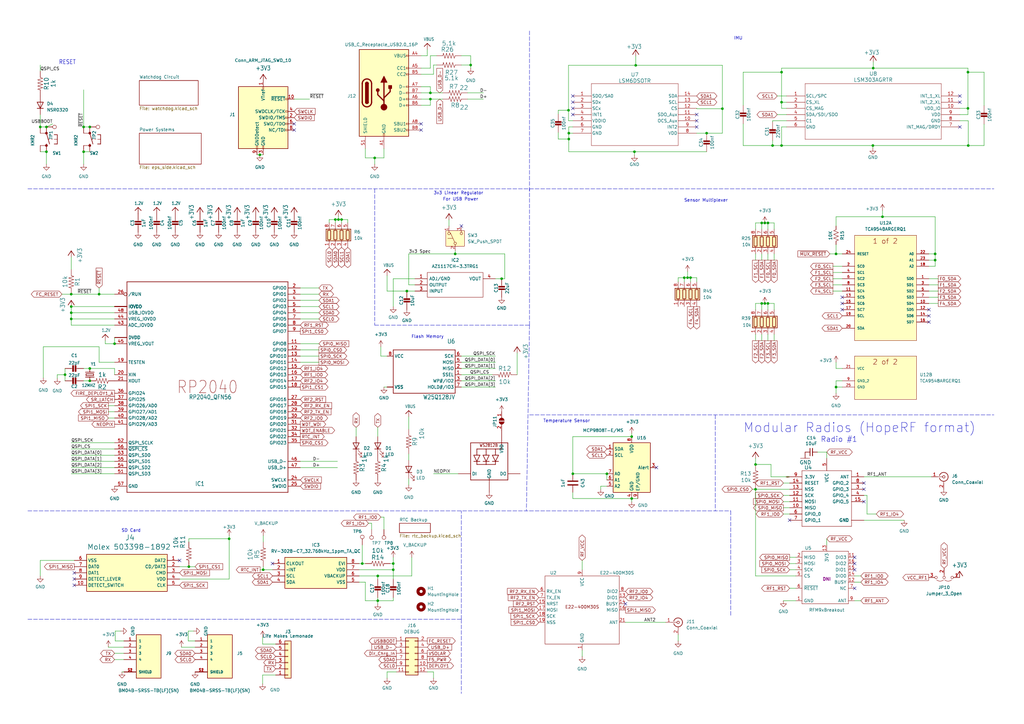
<source format=kicad_sch>
(kicad_sch (version 20250114) (generator "eeschema") (generator_version "9.0")
  (paper "A3")
  (text "Temperature Sensor" (at 222.758 173.482 0) (effects (font (size 1.27 1.27)) (justify left bottom)))
  (text "3v3 Linear Regulator" (at 177.8 80.01 0) (effects (font (size 1.27 1.27)) (justify left bottom)))
  (text "Radio #1" (at 336.55 181.61 0) (effects (font (size 2.159 2.159)) (justify left bottom)))
  (text "Modular Radios (HopeRF format)" (at 304.8 177.8 0) (effects (font (size 3.81 3.81)) (justify left bottom)))
  (text "For USB Power\n" (at 181.61 82.55 0) (effects (font (size 1.27 1.27)) (justify left bottom)))
  (text "Sensor Multiplexer" (at 289.56 82.296 0) (effects (font (size 1.27 1.27))))
  (text "RESET" (at 24.13 26.67 0) (effects (font (size 1.778 1.5113)) (justify left bottom)))
  (text "IMU\n" (at 300.99 16.51 0) (effects (font (size 1.27 1.27)) (justify left bottom)))
  (text "Flash Memory" (at 168.656 138.938 0) (effects (font (size 1.27 1.27)) (justify left bottom)))
  (text "SD Card" (at 49.784 218.44 0) (effects (font (size 1.27 1.27)) (justify left bottom)))
  (junction (at 153.67 64.77))
  (junction (at 260.731 26.797))
  (junction (at 313.69 91.44))
  (junction (at 312.42 124.46))
  (junction (at 154.94 246.38))
  (junction (at 161.29 231.14))
  (junction (at 233.299 54.61))
  (junction (at 16.51 52.07))
  (junction (at 193.04 26.67))
  (junction (at 148.59 231.14))
  (junction (at 383.54 106.68))
  (junction (at 176.53 40.64))
  (junction (at 280.67 113.8936))
  (junction (at 312.42 91.44))
  (junction (at 358.013 59.69))
  (junction (at 19.05 62.23))
  (junction (at 283.21 113.8682))
  (junction (at 176.53 38.1))
  (junction (at 361.95 88.9))
  (junction (at 397.002 44.45))
  (junction (at 320.548 29.591))
  (junction (at 342.9 104.14))
  (junction (at 309.88 190.5))
  (junction (at 36.83 52.07))
  (junction (at 36.83 156.21))
  (junction (at 233.299 57.023))
  (junction (at 137.541 90.043))
  (junction (at 154.94 236.22))
  (junction (at 46.99 140.97))
  (junction (at 316.865 59.69))
  (junction (at 34.29 62.23))
  (junction (at 205.74 114.3))
  (junction (at 314.96 124.46))
  (junction (at 29.21 130.81))
  (junction (at 161.29 233.68))
  (junction (at 397.129 59.69))
  (junction (at 93.98 220.98))
  (junction (at 40.64 120.65))
  (junction (at 77.47 232.41))
  (junction (at 383.54 104.14))
  (junction (at 166.878 119.38))
  (junction (at 29.21 125.73))
  (junction (at 34.29 52.07))
  (junction (at 358.14 27.94))
  (junction (at 138.811 90.043))
  (junction (at 342.9 158.75))
  (junction (at 248.92 194.31))
  (junction (at 259.08 179.07))
  (junction (at 320.548 59.69))
  (junction (at 309.88 200.66))
  (junction (at 29.21 120.65))
  (junction (at 233.172 45.212))
  (junction (at 36.83 151.13))
  (junction (at 289.814 54.61))
  (junction (at 26.67 153.67))
  (junction (at 106.5784 63.5))
  (junction (at 19.05 52.07))
  (junction (at 313.69 124.46))
  (junction (at 186.69 104.14))
  (junction (at 397.002 29.591))
  (junction (at 234.95 194.31))
  (junction (at 296.291 44.577))
  (junction (at 320.548 41.91))
  (junction (at 314.96 91.44))
  (junction (at 107.95 233.68))
  (junction (at 140.081 90.043))
  (junction (at 259.08 204.47))
  (junction (at 260.223 62.23))
  (junction (at 29.21 128.27))
  (junction (at 281.9908 113.8682))
  (no_connect (at 354.33 200.66))
  (no_connect (at 350.52 228.6))
  (no_connect (at 172.72 50.8))
  (no_connect (at 234.95 41.91))
  (no_connect (at 120.65 53.34))
  (no_connect (at 350.52 231.14))
  (no_connect (at 189.23 92.71))
  (no_connect (at 111.76 231.14))
  (no_connect (at 172.72 53.34))
  (no_connect (at 30.48 237.49))
  (no_connect (at 323.85 213.36))
  (no_connect (at 350.52 241.3))
  (no_connect (at 381 132.08))
  (no_connect (at 354.33 205.74))
  (no_connect (at 345.44 127))
  (no_connect (at 354.33 198.12))
  (no_connect (at 345.44 124.46))
  (no_connect (at 30.48 240.03))
  (no_connect (at 256.54 247.65))
  (no_connect (at 269.24 191.77))
  (no_connect (at 345.44 121.92))
  (no_connect (at 120.65 50.8))
  (no_connect (at 381 129.54))
  (no_connect (at 285.75 52.07))
  (no_connect (at 73.66 229.87))
  (no_connect (at 393.7 52.07))
  (no_connect (at 350.52 233.68))
  (no_connect (at 234.95 46.99))
  (no_connect (at 393.7 39.37))
  (no_connect (at 30.48 234.95))
  (no_connect (at 381 127))
  (no_connect (at 234.95 44.45))
  (no_connect (at 285.75 49.53))
  (no_connect (at 393.7 41.91))
  (no_connect (at 285.75 46.99))
  (no_connect (at 234.95 39.37))
  (wire (pts (xy 191.77 38.1) (xy 198.247 38.1)))
  (wire (pts (xy 203.2 148.59) (xy 189.23 148.59)))
  (polyline (pts (xy 217.17 77.47) (xy 407.67 77.47)) (stroke (width 0) (type dash)))
  (wire (pts (xy 77.47 220.98) (xy 77.47 222.25)))
  (wire (pts (xy 397.002 27.94) (xy 397.002 29.591)))
  (wire (pts (xy 176.53 43.18) (xy 172.72 43.18)))
  (wire (pts (xy 317.5 93.98) (xy 317.5 91.44)))
  (wire (pts (xy 316.865 57.658) (xy 316.865 59.69)))
  (wire (pts (xy 107.95 233.68) (xy 111.76 233.68)))
  (wire (pts (xy 326.39 241.3) (xy 323.85 241.3)))
  (wire (pts (xy 403.606 43.307) (xy 403.606 29.591)))
  (wire (pts (xy 153.67 64.77) (xy 149.86 64.77)))
  (wire (pts (xy 74.422 265.43) (xy 80.01 265.43)))
  (wire (pts (xy 323.85 205.74) (xy 321.31 205.74)))
  (wire (pts (xy 342.9 158.75) (xy 342.9 161.29)))
  (wire (pts (xy 316.865 49.53) (xy 322.58 49.53)))
  (wire (pts (xy 317.5 104.14) (xy 317.5 106.68)))
  (wire (pts (xy 167.64 104.14) (xy 186.69 104.14)))
  (wire (pts (xy 154.94 175.26) (xy 154.94 179.07)))
  (wire (pts (xy 151.13 214.63) (xy 152.4 214.63)))
  (wire (pts (xy 260.731 22.987) (xy 260.731 26.797)))
  (wire (pts (xy 46.99 270.51) (xy 50.8 270.51)))
  (wire (pts (xy 77.216 262.89) (xy 77.216 258.826)))
  (wire (pts (xy 321.31 210.82) (xy 323.85 210.82)))
  (wire (pts (xy 160.02 231.14) (xy 161.29 231.14)))
  (wire (pts (xy 50.8 275.59) (xy 50.038 275.59)))
  (wire (pts (xy 29.21 194.31) (xy 46.99 194.31)))
  (wire (pts (xy 393.7 49.53) (xy 397.129 49.53)))
  (wire (pts (xy 278.13 115.57) (xy 278.13 113.8936)))
  (wire (pts (xy 40.64 118.11) (xy 40.64 120.65)))
  (wire (pts (xy 207.01 114.3) (xy 205.74 114.3)))
  (wire (pts (xy 148.59 223.52) (xy 148.59 231.14)))
  (wire (pts (xy 176.53 38.1) (xy 172.72 38.1)))
  (wire (pts (xy 228.981 45.212) (xy 233.172 45.212)))
  (wire (pts (xy 393.7 44.45) (xy 397.002 44.45)))
  (wire (pts (xy 44.45 265.43) (xy 50.8 265.43)))
  (wire (pts (xy 309.88 124.46) (xy 312.42 124.46)))
  (wire (pts (xy 309.88 91.44) (xy 312.42 91.44)))
  (wire (pts (xy 168.91 236.22) (xy 168.91 228.6)))
  (wire (pts (xy 44.45 265.303) (xy 44.45 265.43)))
  (wire (pts (xy 167.64 104.14) (xy 167.64 116.84)))
  (wire (pts (xy 304.8 50.8) (xy 304.8 59.69)))
  (wire (pts (xy 148.59 231.14) (xy 149.86 231.14)))
  (wire (pts (xy 29.21 189.23) (xy 46.99 189.23)))
  (wire (pts (xy 358.013 59.69) (xy 358.013 60.706)))
  (wire (pts (xy 80.01 262.89) (xy 77.216 262.89)))
  (wire (pts (xy 397.002 27.94) (xy 358.14 27.94)))
  (wire (pts (xy 189.23 22.86) (xy 193.04 22.86)))
  (wire (pts (xy 154.94 236.22) (xy 154.94 237.49)))
  (wire (pts (xy 43.18 140.97) (xy 46.99 140.97)))
  (wire (pts (xy 281.9908 113.8682) (xy 281.9908 113.8936)))
  (wire (pts (xy 233.172 26.797) (xy 260.731 26.797)))
  (wire (pts (xy 123.19 146.05) (xy 130.81 146.05)))
  (wire (pts (xy 44.45 171.45) (xy 46.99 171.45)))
  (wire (pts (xy 285.75 54.61) (xy 289.814 54.61)))
  (wire (pts (xy 320.548 29.591) (xy 320.548 41.91)))
  (wire (pts (xy 238.76 266.7) (xy 238.76 269.24)))
  (wire (pts (xy 158.75 119.38) (xy 166.878 119.38)))
  (polyline (pts (xy 217.17 12.7) (xy 217.17 78.74)) (stroke (width 0) (type dash)))
  (wire (pts (xy 123.19 128.27) (xy 130.81 128.27)))
  (wire (pts (xy 316.865 50.038) (xy 316.865 49.53)))
  (wire (pts (xy 34.29 36.83) (xy 34.29 52.07)))
  (wire (pts (xy 187.96 194.31) (xy 177.8 194.31)))
  (wire (pts (xy 158.75 113.03) (xy 158.75 119.38)))
  (wire (pts (xy 314.96 91.44) (xy 313.69 91.44)))
  (wire (pts (xy 44.45 166.37) (xy 46.99 166.37)))
  (polyline (pts (xy 153.67 133.35) (xy 217.17 133.35)) (stroke (width 0) (type dash)))
  (wire (pts (xy 285.75 113.8682) (xy 283.21 113.8682)))
  (wire (pts (xy 304.8 43.18) (xy 304.8 29.591)))
  (wire (pts (xy 342.9 88.9) (xy 342.9 92.71)))
  (wire (pts (xy 309.88 200.66) (xy 309.88 236.22)))
  (wire (pts (xy 316.23 195.58) (xy 316.23 190.5)))
  (wire (pts (xy 234.95 204.47) (xy 259.08 204.47)))
  (wire (pts (xy 46.99 138.43) (xy 46.99 140.97)))
  (wire (pts (xy 186.69 104.14) (xy 207.01 104.14)))
  (wire (pts (xy 93.98 219.71) (xy 93.98 220.98)))
  (wire (pts (xy 320.548 27.94) (xy 320.548 29.591)))
  (wire (pts (xy 355.6 203.2) (xy 355.6 210.82)))
  (wire (pts (xy 140.081 90.043) (xy 138.811 90.043)))
  (wire (pts (xy 142.621 90.043) (xy 140.081 90.043)))
  (wire (pts (xy 175.26 275.59) (xy 177.8 275.59)))
  (wire (pts (xy 123.19 143.51) (xy 130.81 143.51)))
  (wire (pts (xy 189.23 153.67) (xy 201.93 153.67)))
  (wire (pts (xy 17.78 142.24) (xy 17.78 154.94)))
  (wire (pts (xy 317.5 139.7) (xy 317.5 137.16)))
  (wire (pts (xy 397.002 44.45) (xy 397.002 46.99)))
  (wire (pts (xy 16.51 62.23) (xy 19.05 62.23)))
  (wire (pts (xy 314.96 93.98) (xy 314.96 91.44)))
  (wire (pts (xy 323.85 195.58) (xy 316.23 195.58)))
  (wire (pts (xy 403.606 29.591) (xy 397.002 29.591)))
  (wire (pts (xy 381 121.92) (xy 384.81 121.92)))
  (wire (pts (xy 157.48 60.96) (xy 157.48 64.77)))
  (wire (pts (xy 137.541 90.043) (xy 137.541 91.313)))
  (wire (pts (xy 281.9908 111.3536) (xy 281.9908 113.8682)))
  (wire (pts (xy 248.92 194.31) (xy 248.92 196.85)))
  (wire (pts (xy 47.244 262.89) (xy 47.244 258.826)))
  (wire (pts (xy 158.75 275.59) (xy 158.75 278.13)))
  (wire (pts (xy 46.99 151.13) (xy 46.99 153.67)))
  (wire (pts (xy 261.62 204.47) (xy 259.08 204.47)))
  (wire (pts (xy 339.09 220.98) (xy 339.09 223.52)))
  (wire (pts (xy 123.19 125.73) (xy 130.81 125.73)))
  (wire (pts (xy 191.77 40.64) (xy 198.247 40.64)))
  (wire (pts (xy 154.94 247.65) (xy 154.94 246.38)))
  (wire (pts (xy 233.299 52.07) (xy 233.299 54.61)))
  (wire (pts (xy 358.14 25.4) (xy 358.14 27.94)))
  (wire (pts (xy 107.696 264.16) (xy 113.03 264.16)))
  (wire (pts (xy 381 109.22) (xy 383.54 109.22)))
  (wire (pts (xy 135.001 90.043) (xy 135.001 91.313)))
  (wire (pts (xy 320.548 27.94) (xy 358.14 27.94)))
  (wire (pts (xy 304.8 59.69) (xy 316.865 59.69)))
  (wire (pts (xy 147.32 231.14) (xy 148.59 231.14)))
  (wire (pts (xy 149.86 246.38) (xy 149.86 238.76)))
  (wire (pts (xy 309.88 200.66) (xy 323.85 200.66)))
  (wire (pts (xy 383.54 104.14) (xy 383.54 88.9)))
  (wire (pts (xy 314.96 124.46) (xy 313.69 124.46)))
  (wire (pts (xy 285.75 115.57) (xy 285.75 113.8682)))
  (wire (pts (xy 203.2 158.75) (xy 189.23 158.75)))
  (wire (pts (xy 238.76 229.87) (xy 238.76 233.68)))
  (wire (pts (xy 312.42 104.14) (xy 312.42 106.68)))
  (wire (pts (xy 323.85 203.2) (xy 321.31 203.2)))
  (wire (pts (xy 233.299 54.61) (xy 234.95 54.61)))
  (wire (pts (xy 130.81 120.65) (xy 123.19 120.65)))
  (wire (pts (xy 175.26 22.86) (xy 175.26 20.32)))
  (wire (pts (xy 25.4 120.65) (xy 29.21 120.65)))
  (wire (pts (xy 107.95 232.41) (xy 107.95 233.68)))
  (wire (pts (xy 167.64 186.182) (xy 167.64 188.722)))
  (wire (pts (xy 29.21 133.35) (xy 29.21 130.81)))
  (wire (pts (xy 283.21 115.57) (xy 283.21 113.8682)))
  (wire (pts (xy 156.21 142.24) (xy 156.21 146.05)))
  (wire (pts (xy 177.8 26.67) (xy 179.07 26.67)))
  (wire (pts (xy 157.48 64.77) (xy 153.67 64.77)))
  (wire (pts (xy 186.69 102.87) (xy 186.69 104.14)))
  (wire (pts (xy 46.99 128.27) (xy 29.21 128.27)))
  (wire (pts (xy 193.04 22.86) (xy 193.04 26.67)))
  (wire (pts (xy 29.21 191.77) (xy 46.99 191.77)))
  (wire (pts (xy 397.129 49.53) (xy 397.129 59.69)))
  (wire (pts (xy 341.63 116.84) (xy 345.44 116.84)))
  (wire (pts (xy 285.75 44.577) (xy 285.75 44.45)))
  (wire (pts (xy 123.19 140.97) (xy 130.81 140.97)))
  (wire (pts (xy 381 116.84) (xy 384.81 116.84)))
  (wire (pts (xy 381 104.14) (xy 383.54 104.14)))
  (wire (pts (xy 161.29 233.68) (xy 161.29 231.14)))
  (wire (pts (xy 29.21 105.41) (xy 29.21 110.49)))
  (wire (pts (xy 167.64 196.342) (xy 167.64 198.882)))
  (wire (pts (xy 312.42 139.7) (xy 312.42 137.16)))
  (wire (pts (xy 147.32 236.22) (xy 154.94 236.22)))
  (wire (pts (xy 314.96 106.68) (xy 314.96 104.14)))
  (wire (pts (xy 342.9 151.13) (xy 345.44 151.13)))
  (wire (pts (xy 120.65 40.64) (xy 127 40.64)))
  (wire (pts (xy 77.216 258.826) (xy 79.375 258.826)))
  (polyline (pts (xy 217.17 133.35) (xy 217.17 77.47)) (stroke (width 0) (type dash)))
  (wire (pts (xy 46.99 148.59) (xy 40.64 148.59)))
  (wire (pts (xy 40.64 148.59) (xy 40.64 142.24)))
  (polyline (pts (xy 11.43 209.55) (xy 217.17 209.55)) (stroke (width 0) (type dash)))
  (wire (pts (xy 172.72 30.48) (xy 177.8 30.48)))
  (wire (pts (xy 16.51 29.21) (xy 16.51 26.67)))
  (wire (pts (xy 19.05 52.07) (xy 16.51 52.07)))
  (wire (pts (xy 317.5 91.44) (xy 314.96 91.44)))
  (wire (pts (xy 234.95 179.07) (xy 259.08 179.07)))
  (wire (pts (xy 176.53 27.94) (xy 176.53 22.86)))
  (wire (pts (xy 36.83 151.13) (xy 34.29 151.13)))
  (wire (pts (xy 40.64 142.24) (xy 17.78 142.24)))
  (wire (pts (xy 212.09 144.78) (xy 212.09 153.67)))
  (wire (pts (xy 312.42 91.44) (xy 312.42 93.98)))
  (wire (pts (xy 341.63 114.3) (xy 345.44 114.3)))
  (wire (pts (xy 312.42 124.46) (xy 313.69 124.46)))
  (wire (pts (xy 342.9 158.75) (xy 345.44 158.75)))
  (wire (pts (xy 339.09 185.42) (xy 335.28 185.42)))
  (wire (pts (xy 149.86 238.76) (xy 147.32 238.76)))
  (wire (pts (xy 233.299 54.61) (xy 233.299 57.023)))
  (wire (pts (xy 256.54 255.27) (xy 273.05 255.27)))
  (wire (pts (xy 285.75 44.577) (xy 296.291 44.577)))
  (wire (pts (xy 207.01 104.14) (xy 207.01 114.3)))
  (wire (pts (xy 259.08 205.74) (xy 259.08 204.47)))
  (polyline (pts (xy 11.43 77.47) (xy 217.17 77.47)) (stroke (width 0) (type dash)))
  (polyline (pts (xy 189.23 254) (xy 189.23 209.55)) (stroke (width 0) (type dash)))
  (wire (pts (xy 176.53 40.64) (xy 172.72 40.64)))
  (wire (pts (xy 383.54 109.22) (xy 383.54 106.68)))
  (wire (pts (xy 105.41 63.5) (xy 106.5784 63.5)))
  (wire (pts (xy 176.53 40.64) (xy 176.53 43.18)))
  (wire (pts (xy 77.47 232.41) (xy 80.01 232.41)))
  (wire (pts (xy 228.981 57.023) (xy 233.299 57.023)))
  (wire (pts (xy 345.44 156.21) (xy 342.9 156.21)))
  (wire (pts (xy 317.5 127) (xy 317.5 124.46)))
  (wire (pts (xy 123.19 130.81) (xy 130.81 130.81)))
  (polyline (pts (xy 293.37 170.18) (xy 293.37 209.55)) (stroke (width 0) (type dash)))
  (wire (pts (xy 296.291 54.61) (xy 296.291 44.577)))
  (wire (pts (xy 312.42 124.46) (xy 312.42 127)))
  (wire (pts (xy 341.63 111.76) (xy 345.44 111.76)))
  (wire (pts (xy 283.21 113.8682) (xy 281.9908 113.8682)))
  (wire (pts (xy 317.5 124.46) (xy 314.96 124.46)))
  (wire (pts (xy 280.67 113.8936) (xy 281.9908 113.8936)))
  (wire (pts (xy 304.8 29.591) (xy 320.548 29.591)))
  (polyline (pts (xy 153.67 77.47) (xy 153.67 133.35)) (stroke (width 0) (type dash)))
  (wire (pts (xy 123.19 123.19) (xy 130.81 123.19)))
  (wire (pts (xy 248.92 199.39) (xy 246.38 199.39)))
  (wire (pts (xy 341.63 109.22) (xy 345.44 109.22)))
  (wire (pts (xy 172.72 27.94) (xy 176.53 27.94)))
  (wire (pts (xy 176.53 22.86) (xy 179.07 22.86)))
  (wire (pts (xy 29.21 130.81) (xy 29.21 128.27)))
  (wire (pts (xy 233.299 62.23) (xy 260.223 62.23)))
  (wire (pts (xy 397.129 59.69) (xy 358.013 59.69)))
  (wire (pts (xy 312.42 91.44) (xy 313.69 91.44)))
  (wire (pts (xy 176.53 38.1) (xy 176.53 35.56)))
  (wire (pts (xy 233.172 49.53) (xy 233.172 45.212)))
  (wire (pts (xy 260.223 62.23) (xy 260.223 63.627)))
  (polyline (pts (xy 299.72 209.55) (xy 299.72 252.73)) (stroke (width 0) (type dash)))
  (wire (pts (xy 318.77 39.37) (xy 322.58 39.37)))
  (polyline (pts (xy 217.17 170.18) (xy 407.67 170.18)) (stroke (width 0) (type dash)))
  (wire (pts (xy 167.64 116.84) (xy 170.18 116.84)))
  (wire (pts (xy 397.002 44.45) (xy 397.002 29.591)))
  (wire (pts (xy 161.29 125.73) (xy 161.29 114.3)))
  (wire (pts (xy 30.48 229.87) (xy 16.51 229.87)))
  (wire (pts (xy 40.64 120.65) (xy 29.21 120.65)))
  (wire (pts (xy 73.66 237.49) (xy 93.98 237.49)))
  (wire (pts (xy 354.33 213.36) (xy 370.84 213.36)))
  (wire (pts (xy 36.83 62.23) (xy 34.29 62.23)))
  (wire (pts (xy 177.8 30.48) (xy 177.8 26.67)))
  (wire (pts (xy 176.53 35.56) (xy 172.72 35.56)))
  (wire (pts (xy 384.81 124.46) (xy 381 124.46)))
  (wire (pts (xy 149.86 64.77) (xy 149.86 60.96)))
  (wire (pts (xy 156.21 212.09) (xy 157.48 212.09)))
  (wire (pts (xy 189.23 156.21) (xy 203.2 156.21)))
  (wire (pts (xy 342.9 148.59) (xy 342.9 151.13)))
  (wire (pts (xy 353.06 246.38) (xy 350.52 246.38)))
  (wire (pts (xy 157.48 212.09) (xy 157.48 217.17)))
  (wire (pts (xy 321.31 246.38) (xy 326.39 246.38)))
  (wire (pts (xy 403.606 50.927) (xy 403.606 59.69)))
  (wire (pts (xy 296.291 44.577) (xy 296.291 26.797)))
  (wire (pts (xy 246.38 199.39) (xy 246.38 200.66)))
  (wire (pts (xy 354.33 195.58) (xy 382.016 195.58)))
  (wire (pts (xy 289.814 62.23) (xy 260.223 62.23)))
  (wire (pts (xy 184.15 90.17) (xy 184.15 92.71)))
  (wire (pts (xy 228.981 54.356) (xy 228.981 57.023)))
  (wire (pts (xy 154.94 236.22) (xy 168.91 236.22)))
  (wire (pts (xy 323.85 208.28) (xy 321.31 208.28)))
  (wire (pts (xy 234.95 52.07) (xy 233.299 52.07)))
  (wire (pts (xy 189.23 146.05) (xy 203.2 146.05)))
  (wire (pts (xy 342.9 156.21) (xy 342.9 158.75)))
  (wire (pts (xy 280.67 113.8936) (xy 280.67 115.57)))
  (wire (pts (xy 29.21 128.27) (xy 29.21 125.73)))
  (wire (pts (xy 234.95 49.53) (xy 233.172 49.53)))
  (wire (pts (xy 50.8 262.89) (xy 47.244 262.89)))
  (wire (pts (xy 46.99 267.97) (xy 50.8 267.97)))
  (wire (pts (xy 322.58 52.07) (xy 320.548 52.07)))
  (wire (pts (xy 278.13 260.35) (xy 278.13 262.89)))
  (wire (pts (xy 234.95 179.07) (xy 234.95 194.31)))
  (wire (pts (xy 342.9 88.9) (xy 361.95 88.9)))
  (wire (pts (xy 172.72 22.86) (xy 175.26 22.86)))
  (wire (pts (xy 322.58 44.45) (xy 320.548 44.45)))
  (wire (pts (xy 16.51 229.87) (xy 16.51 236.22)))
  (wire (pts (xy 106.68 233.68) (xy 107.95 233.68)))
  (wire (pts (xy 233.299 57.023) (xy 233.299 62.23)))
  (wire (pts (xy 34.29 52.07) (xy 36.83 52.07)))
  (wire (pts (xy 342.9 104.14) (xy 342.9 100.33)))
  (wire (pts (xy 341.63 119.38) (xy 345.44 119.38)))
  (wire (pts (xy 353.06 238.76) (xy 350.52 238.76)))
  (wire (pts (xy 316.23 190.5) (xy 309.88 190.5)))
  (wire (pts (xy 381 114.3) (xy 384.81 114.3)))
  (wire (pts (xy 47.244 258.826) (xy 49.403 258.826)))
  (wire (pts (xy 46.99 184.15) (xy 29.21 184.15)))
  (wire (pts (xy 326.39 228.6) (xy 323.85 228.6)))
  (wire (pts (xy 74.422 265.303) (xy 74.422 265.43)))
  (wire (pts (xy 46.99 125.73) (xy 29.21 125.73)))
  (polyline (pts (xy 189.23 254) (xy 189.23 284.48)) (stroke (width 0) (type dash)))
  (wire (pts (xy 320.548 59.69) (xy 358.013 59.69)))
  (wire (pts (xy 234.95 204.47) (xy 234.95 201.93)))
  (polyline (pts (xy 11.43 254) (xy 189.23 254)) (stroke (width 0) (type dash)))
  (wire (pts (xy 46.99 133.35) (xy 29.21 133.35)))
  (wire (pts (xy 233.172 45.212) (xy 233.172 26.797)))
  (wire (pts (xy 320.548 52.07) (xy 320.548 59.69)))
  (wire (pts (xy 228.981 46.736) (xy 228.981 45.212)))
  (wire (pts (xy 46.99 181.61) (xy 29.21 181.61)))
  (wire (pts (xy 123.19 118.11) (xy 130.81 118.11)))
  (wire (pts (xy 142.621 91.313) (xy 142.621 90.043)))
  (wire (pts (xy 345.44 104.14) (xy 342.9 104.14)))
  (wire (pts (xy 260.731 26.797) (xy 296.291 26.797)))
  (wire (pts (xy 93.98 220.98) (xy 93.98 237.49)))
  (wire (pts (xy 46.99 130.81) (xy 29.21 130.81)))
  (wire (pts (xy 166.878 119.38) (xy 170.18 119.38)))
  (wire (pts (xy 154.94 245.11) (xy 154.94 246.38)))
  (wire (pts (xy 314.96 127) (xy 314.96 124.46)))
  (wire (pts (xy 138.811 88.773) (xy 138.811 90.043)))
  (wire (pts (xy 353.06 236.22) (xy 350.52 236.22)))
  (wire (pts (xy 161.29 245.11) (xy 161.29 246.38)))
  (wire (pts (xy 107.696 276.86) (xy 107.696 280.416)))
  (wire (pts (xy 278.13 113.8936) (xy 280.67 113.8936)))
  (wire (pts (xy 361.95 88.9) (xy 361.95 86.36)))
  (wire (pts (xy 16.51 46.99) (xy 16.51 52.07)))
  (wire (pts (xy 393.7 46.99) (xy 397.002 46.99)))
  (polyline (pts (xy 217.17 209.55) (xy 299.72 209.55)) (stroke (width 0) (type dash)))
  (wire (pts (xy 93.98 220.98) (xy 77.47 220.98)))
  (wire (pts (xy 309.88 106.68) (xy 309.88 104.14)))
  (wire (pts (xy 193.04 26.67) (xy 193.04 27.94)))
  (wire (pts (xy 289.814 54.61) (xy 296.291 54.61)))
  (wire (pts (xy 176.53 38.1) (xy 181.61 38.1)))
  (wire (pts (xy 355.6 210.82) (xy 359.41 210.82)))
  (wire (pts (xy 34.29 156.21) (xy 36.83 156.21)))
  (wire (pts (xy 189.23 151.13) (xy 203.2 151.13)))
  (wire (pts (xy 234.95 194.31) (xy 248.92 194.31)))
  (wire (pts (xy 107.696 261.366) (xy 107.696 264.16)))
  (wire (pts (xy 161.29 233.68) (xy 161.29 237.49)))
  (wire (pts (xy 189.23 26.67) (xy 193.04 26.67)))
  (wire (pts (xy 309.88 236.22) (xy 326.39 236.22)))
  (wire (pts (xy 177.8 275.59) (xy 177.8 278.13)))
  (wire (pts (xy 309.88 127) (xy 309.88 124.46)))
  (wire (pts (xy 19.05 62.23) (xy 19.05 67.31)))
  (wire (pts (xy 323.85 198.12) (xy 321.31 198.12)))
  (wire (pts (xy 46.99 120.65) (xy 40.64 120.65)))
  (wire (pts (xy 320.548 41.91) (xy 320.548 44.45)))
  (wire (pts (xy 149.86 246.38) (xy 154.94 246.38)))
  (wire (pts (xy 381 119.38) (xy 384.81 119.38)))
  (wire (pts (xy 137.541 90.043) (xy 135.001 90.043)))
  (wire (pts (xy 147.32 233.68) (xy 161.29 233.68)))
  (wire (pts (xy 308.61 200.66) (xy 309.88 200.66)))
  (wire (pts (xy 26.67 153.67) (xy 26.67 156.21)))
  (wire (pts (xy 326.39 231.14) (xy 323.85 231.14)))
  (wire (pts (xy 339.09 185.42) (xy 339.09 187.96)))
  (wire (pts (xy 403.606 59.69) (xy 397.129 59.69)))
  (wire (pts (xy 381 106.68) (xy 383.54 106.68)))
  (wire (pts (xy 29.21 186.69) (xy 46.99 186.69)))
  (wire (pts (xy 123.19 189.23) (xy 138.43 189.23)))
  (wire (pts (xy 73.66 232.41) (xy 77.47 232.41)))
  (wire (pts (xy 23.495 153.67) (xy 26.67 153.67)))
  (wire (pts (xy 161.29 246.38) (xy 154.94 246.38)))
  (wire (pts (xy 113.03 276.86) (xy 107.696 276.86)))
  (wire (pts (xy 158.75 158.75) (xy 157.48 158.75)))
  (wire (pts (xy 161.29 231.14) (xy 161.29 228.6)))
  (wire (pts (xy 316.865 59.69) (xy 320.548 59.69)))
  (wire (pts (xy 106.5784 63.5) (xy 107.95 63.5)))
  (wire (pts (xy 152.4 214.63) (xy 152.4 217.17)))
  (wire (pts (xy 383.54 88.9) (xy 361.95 88.9)))
  (wire (pts (xy 123.19 148.59) (xy 130.81 148.59)))
  (wire (pts (xy 259.08 177.8) (xy 259.08 179.07)))
  (wire (pts (xy 340.36 104.14) (xy 342.9 104.14)))
  (wire (pts (xy 314.96 139.7) (xy 314.96 137.16)))
  (wire (pts (xy 44.45 168.91) (xy 46.99 168.91)))
  (wire (pts (xy 383.54 106.68) (xy 383.54 104.14)))
  (wire (pts (xy 176.53 40.64) (xy 181.61 40.64)))
  (polyline (pts (xy 217.17 133.35) (xy 215.9 209.55)) (stroke (width 0) (type dash)))
  (wire (pts (xy 26.67 151.13) (xy 26.67 153.67)))
  (wire (pts (xy 23.495 155.194) (xy 23.495 153.67)))
  (wire (pts (xy 158.75 146.05) (xy 156.21 146.05)))
  (wire (pts (xy 161.29 114.3) (xy 170.18 114.3)))
  (wire (pts (xy 322.58 41.91) (xy 320.548 41.91)))
  (wire (pts (xy 326.39 233.68) (xy 323.85 233.68)))
  (wire (pts (xy 309.88 139.7) (xy 309.88 137.16)))
  (wire (pts (xy 21.59 50.8) (xy 19.05 52.07)))
  (wire (pts (xy 205.74 114.3) (xy 203.2 114.3)))
  (wire (pts (xy 167.64 176.022) (xy 167.64 170.942)))
  (wire (pts (xy 162.56 275.59) (xy 158.75 275.59)))
  (wire (pts (xy 309.88 93.98) (xy 309.88 91.44)))
  (wire (pts (xy 34.29 67.31) (xy 34.29 62.23)))
  (wire (pts (xy 43.18 140.97) (xy 43.18 139.7)))
  (wire (pts (xy 140.081 91.313) (xy 140.081 90.043)))
  (wire (pts (xy 309.88 190.5) (xy 309.88 187.96)))
  (wire (pts (xy 123.19 191.77) (xy 138.43 191.77)))
  (wire (pts (xy 107.95 219.71) (xy 107.95 222.25)))
  (wire (pts (xy 354.33 203.2) (xy 355.6 203.2)))
  (wire (pts (xy 318.77 46.99) (xy 322.58 46.99)))
  (wire (pts (xy 36.83 151.13) (xy 46.99 151.13)))
  (wire (pts (xy 146.05 175.26) (xy 146.05 179.07)))
  (wire (pts (xy 153.67 64.77) (xy 153.67 67.31)))
  (wire (pts (xy 138.811 90.043) (xy 137.541 90.043)))
  (label "QSPI_DATA[3]" (at 203.2 158.75 180) (effects (font (size 1.2446 1.2446))))
  (label "D-" (at 196.85 38.1 0) (effects (font (size 1.2446 1.2446))))
  (label "QSPI_DATA[3]" (at 29.21 194.31 0) (effects (font (size 1.2446 1.2446))))
  (label "QSPI_CS" (at 16.51 29.21 0) (effects (font (size 1.2446 1.2446))))
  (label "QSPI_DATA[2]" (at 29.21 191.77 0) (effects (font (size 1.2446 1.2446))))
  (label "ANT2" (at 264.16 255.27 0))
  (label "QSPI_CS" (at 200.66 153.67 180) (effects (font (size 1.2446 1.2446))))
  (label "QSPI_DATA[0]" (at 29.21 186.69 0) (effects (font (size 1.2446 1.2446))))
  (label "QSPI_DATA[2]" (at 203.2 156.21 180) (effects (font (size 1.2446 1.2446))))
  (label "QSPI_DATA[1]" (at 29.21 189.23 0) (effects (font (size 1.2446 1.2446))))
  (label "NEOPIX" (at 177.8 194.31 0) (effects (font (size 1.2446 1.2446))))
  (label "3v3 Spec" (at 167.64 104.14 0))
  (label "QSPI_DATA[0]" (at 203.2 148.59 180) (effects (font (size 1.2446 1.2446))))
  (label "D-" (at 128.27 189.23 0) (effects (font (size 1.2446 1.2446))))
  (label "~{RESET}" (at 34.29 52.07 90) (effects (font (size 1.2446 1.2446))))
  (label "~{RESET}" (at 127 40.64 0) (effects (font (size 1.2446 1.2446))))
  (label "RF1_ANT" (at 355.6 195.58 0))
  (label "QSPI_SCK" (at 29.21 181.61 0) (effects (font (size 1.2446 1.2446))))
  (label "QSPI_DATA[1]" (at 203.2 151.13 180) (effects (font (size 1.2446 1.2446))))
  (label "QSPI_CS" (at 29.21 184.15 0) (effects (font (size 1.2446 1.2446))))
  (label "D+" (at 196.85 40.64 0) (effects (font (size 1.2446 1.2446))))
  (label "D+" (at 128.27 191.77 0) (effects (font (size 1.2446 1.2446))))
  (label "QSPI_SCK" (at 203.2 146.05 180) (effects (font (size 1.2446 1.2446))))
  (label "USBBOOT" (at 21.59 50.8 180) (effects (font (size 1.2446 1.2446))))
  (label "~{RESET}" (at 31.75 120.65 0) (effects (font (size 1.2446 1.2446))))
  (global_label "SDA0" (shape bidirectional) (at 80.01 267.97 180) (property "Intersheetrefs" "${INTERSHEET_REFS}" (effects (hide yes))))
  (global_label "SPI1_MISO" (shape output) (at 30.48 232.41 180) (property "Intersheetrefs" "${INTERSHEET_REFS}" (effects (hide yes))))
  (global_label "TX" (shape input) (at 113.03 274.32 180) (property "Intersheetrefs" "${INTERSHEET_REFS}" (effects (hide yes))))
  (global_label "SCL1" (shape bidirectional) (at 318.77 39.37 180) (property "Intersheetrefs" "${INTERSHEET_REFS}" (effects (hide yes))))
  (global_label "SPI0_CS0" (shape bidirectional) (at 308.61 200.66 180) (property "Intersheetrefs" "${INTERSHEET_REFS}" (effects (hide yes))))
  (global_label "SPI0_MISO" (shape input) (at 130.81 140.97 0) (property "Intersheetrefs" "${INTERSHEET_REFS}" (effects (hide yes))))
  (global_label "SDA1" (shape bidirectional) (at 130.81 123.19 0) (property "Intersheetrefs" "${INTERSHEET_REFS}" (effects (hide yes))))
  (global_label "SCL0" (shape bidirectional) (at 113.03 269.24 180) (property "Intersheetrefs" "${INTERSHEET_REFS}" (effects (hide yes))))
  (global_label "RF1_IO0" (shape bidirectional) (at 353.06 236.22 0) (property "Intersheetrefs" "${INTERSHEET_REFS}" (effects (hide yes))))
  (global_label "F1_SCL" (shape output) (at 341.63 111.76 180) (property "Intersheetrefs" "${INTERSHEET_REFS}" (effects (hide yes))))
  (global_label "SWDIO" (shape input) (at 120.65 48.26 0) (property "Intersheetrefs" "${INTERSHEET_REFS}" (effects (hide yes))))
  (global_label "FIRE_DEPLOY1_A" (shape output) (at 46.99 161.29 180) (property "Intersheetrefs" "${INTERSHEET_REFS}" (effects (hide yes))))
  (global_label "SPI0_MOSI" (shape input) (at 321.31 205.74 180) (property "Intersheetrefs" "${INTERSHEET_REFS}" (effects (hide yes))))
  (global_label "WDT_WDI" (shape output) (at 123.19 173.99 0) (property "Intersheetrefs" "${INTERSHEET_REFS}" (effects (hide yes))))
  (global_label "SPI1_CS1" (shape input) (at 80.01 232.41 0) (property "Intersheetrefs" "${INTERSHEET_REFS}" (effects (hide yes))))
  (global_label "F2_SDA" (shape output) (at 312.42 139.7 270) (property "Intersheetrefs" "${INTERSHEET_REFS}" (effects (hide yes))))
  (global_label "~{RESET}" (shape input) (at 40.64 118.11 90) (property "Intersheetrefs" "${INTERSHEET_REFS}" (effects (hide yes))))
  (global_label "F0_SDA" (shape output) (at 317.5 106.68 270) (property "Intersheetrefs" "${INTERSHEET_REFS}" (effects (hide yes))))
  (global_label "SCL0" (shape bidirectional) (at 130.81 130.81 0) (property "Intersheetrefs" "${INTERSHEET_REFS}" (effects (hide yes))))
  (global_label "F0_SCL" (shape output) (at 314.96 106.68 270) (property "Intersheetrefs" "${INTERSHEET_REFS}" (effects (hide yes))))
  (global_label "SCL1" (shape bidirectional) (at 130.81 125.73 0) (property "Intersheetrefs" "${INTERSHEET_REFS}" (effects (hide yes))))
  (global_label "USB_D-" (shape input) (at 162.56 265.43 180) (property "Intersheetrefs" "${INTERSHEET_REFS}" (effects (hide yes))))
  (global_label "RF1_RST" (shape bidirectional) (at 123.19 133.35 0) (property "Intersheetrefs" "${INTERSHEET_REFS}" (effects (hide yes))))
  (global_label "RF1_IO4" (shape bidirectional) (at 359.41 210.82 0) (property "Intersheetrefs" "${INTERSHEET_REFS}" (effects (hide yes))))
  (global_label "RTC_INT" (shape output) (at 123.19 179.07 0) (property "Intersheetrefs" "${INTERSHEET_REFS}" (effects (hide yes))))
  (global_label "RF1_RST" (shape bidirectional) (at 323.85 241.3 180) (property "Intersheetrefs" "${INTERSHEET_REFS}" (effects (hide yes))))
  (global_label "TX" (shape bidirectional) (at 154.94 175.26 90) (property "Intersheetrefs" "${INTERSHEET_REFS}" (effects (hide yes))))
  (global_label "SPI1_CS0" (shape output) (at 123.19 135.89 0) (property "Intersheetrefs" "${INTERSHEET_REFS}" (effects (hide yes))))
  (global_label "RF1_IO4" (shape bidirectional) (at 123.19 151.13 0) (property "Intersheetrefs" "${INTERSHEET_REFS}" (effects (hide yes))))
  (global_label "USBBOOT" (shape output) (at 162.56 262.89 180) (property "Intersheetrefs" "${INTERSHEET_REFS}" (effects (hide yes))))
  (global_label "F3_SCL" (shape output) (at 341.63 116.84 180) (property "Intersheetrefs" "${INTERSHEET_REFS}" (effects (hide yes))))
  (global_label "~{MUX_RESET}" (shape input) (at 340.36 104.14 180) (property "Intersheetrefs" "${INTERSHEET_REFS}" (effects (hide yes))))
  (global_label "SPI1_CS0" (shape input) (at 220.98 255.27 180) (property "Intersheetrefs" "${INTERSHEET_REFS}" (effects (hide yes))))
  (global_label "RF_VCC" (shape bidirectional) (at 339.09 220.98 0) (property "Intersheetrefs" "${INTERSHEET_REFS}" (effects (hide yes))))
  (global_label "SPI1_SCK" (shape input) (at 220.98 252.73 180) (property "Intersheetrefs" "${INTERSHEET_REFS}" (effects (hide yes))))
  (global_label "RF1_IO0" (shape bidirectional) (at 123.19 153.67 0) (property "Intersheetrefs" "${INTERSHEET_REFS}" (effects (hide yes))))
  (global_label "TX" (shape bidirectional) (at 46.99 267.97 180) (property "Intersheetrefs" "${INTERSHEET_REFS}" (effects (hide yes))))
  (global_label "F1_SDA" (shape output) (at 312.42 106.68 270) (property "Intersheetrefs" "${INTERSHEET_REFS}" (effects (hide yes))))
  (global_label "SPI0_MISO" (shape output) (at 321.31 208.28 180) (property "Intersheetrefs" "${INTERSHEET_REFS}" (effects (hide yes))))
  (global_label "SPI0_MOSI" (shape output) (at 130.81 148.59 0) (property "Intersheetrefs" "${INTERSHEET_REFS}" (effects (hide yes))))
  (global_label "RF1_IO0" (shape bidirectional) (at 321.31 210.82 180) (property "Intersheetrefs" "${INTERSHEET_REFS}" (effects (hide yes))))
  (global_label "RF2_TX_EN" (shape input) (at 123.19 168.91 0) (property "Intersheetrefs" "${INTERSHEET_REFS}" (effects (hide yes))))
  (global_label "SCL1" (shape bidirectional) (at 140.081 101.473 270) (property "Intersheetrefs" "${INTERSHEET_REFS}" (effects (hide yes))))
  (global_label "SWCLK" (shape input) (at 120.65 45.72 0) (property "Intersheetrefs" "${INTERSHEET_REFS}" (effects (hide yes))))
  (global_label "SDA0" (shape bidirectional) (at 137.541 101.473 270) (property "Intersheetrefs" "${INTERSHEET_REFS}" (effects (hide yes))))
  (global_label "RF2_IO4" (shape bidirectional) (at 256.54 245.11 0) (property "Intersheetrefs" "${INTERSHEET_REFS}" (effects (hide yes))))
  (global_label "SDA1" (shape bidirectional) (at 285.75 39.37 0) (property "Intersheetrefs" "${INTERSHEET_REFS}" (effects (hide yes))))
  (global_label "SPI1_SCK" (shape input) (at 73.66 240.03 0) (property "Intersheetrefs" "${INTERSHEET_REFS}" (effects (hide yes))))
  (global_label "RF2_IO4" (shape bidirectional) (at 123.19 156.21 0) (property "Intersheetrefs" "${INTERSHEET_REFS}" (effects (hide yes))))
  (global_label "RF1_IO4" (shape bidirectional) (at 151.13 214.63 180) (property "Intersheetrefs" "${INTERSHEET_REFS}" (effects (hide yes))))
  (global_label "F4_SDA" (shape output) (at 384.81 124.46 0) (property "Intersheetrefs" "${INTERSHEET_REFS}" (effects (hide yes))))
  (global_label "F4_SCL" (shape output) (at 341.63 119.38 180) (property "Intersheetrefs" "${INTERSHEET_REFS}" (effects (hide yes))))
  (global_label "SPI1_MOSI" (shape output) (at 44.45 168.91 180) (property "Intersheetrefs" "${INTERSHEET_REFS}" (effects (hide yes))))
  (global_label "RX" (shape bidirectional) (at 130.81 120.65 0) (property "Intersheetrefs" "${INTERSHEET_REFS}" (effects (hide yes))))
  (global_label "SDA1" (shape bidirectional) (at 345.44 134.62 180) (property "Intersheetrefs" "${INTERSHEET_REFS}" (effects (hide yes))))
  (global_label "SCL1" (shape bidirectional) (at 345.44 129.54 180) (property "Intersheetrefs" "${INTERSHEET_REFS}" (effects (hide yes))))
  (global_label "SCL0" (shape bidirectional) (at 80.01 270.51 180) (property "Intersheetrefs" "${INTERSHEET_REFS}" (effects (hide yes))))
  (global_label "RF2_RX_EN" (shape input) (at 220.98 242.57 180) (property "Intersheetrefs" "${INTERSHEET_REFS}" (effects (hide yes))))
  (global_label "SCL0" (shape output) (at 162.56 273.05 180) (property "Intersheetrefs" "${INTERSHEET_REFS}" (effects (hide yes))))
  (global_label "SCL1" (shape bidirectional) (at 285.75 41.91 0) (property "Intersheetrefs" "${INTERSHEET_REFS}" (effects (hide yes))))
  (global_label "SPI0_CS0" (shape output) (at 130.81 143.51 0) (property "Intersheetrefs" "${INTERSHEET_REFS}" (effects (hide yes))))
  (global_label "SCL0" (shape bidirectional) (at 135.001 101.473 270) (property "Intersheetrefs" "${INTERSHEET_REFS}" (effects (hide yes))))
  (global_label "SPI1_MISO" (shape input) (at 44.45 171.45 180) (property "Intersheetrefs" "${INTERSHEET_REFS}" (effects (hide yes))))
  (global_label "RF2_IO0" (shape bidirectional) (at 256.54 242.57 0) (property "Intersheetrefs" "${INTERSHEET_REFS}" (effects (hide yes))))
  (global_label "SR_LATCH" (shape output) (at 46.99 163.83 180) (property "Intersheetrefs" "${INTERSHEET_REFS}" (effects (hide yes))))
  (global_label "SPI1_MISO" (shape output) (at 256.54 250.19 0) (property "Intersheetrefs" "${INTERSHEET_REFS}" (effects (hide yes))))
  (global_label "RF2_RX_EN" (shape input) (at 123.19 166.37 0) (property "Intersheetrefs" "${INTERSHEET_REFS}" (effects (hide yes))))
  (global_label "SCL1" (shape bidirectional) (at 248.92 186.69 180) (property "Intersheetrefs" "${INTERSHEET_REFS}" (effects (hide yes))))
  (global_label "SPI1_MOSI" (shape input) (at 73.66 234.95 0) (property "Intersheetrefs" "${INTERSHEET_REFS}" (effects (hide yes))))
  (global_label "F4_SCL" (shape output) (at 283.21 125.73 270) (property "Intersheetrefs" "${INTERSHEET_REFS}" (effects (hide yes))))
  (global_label "USB_D+" (shape input) (at 175.26 265.43 0) (property "Intersheetrefs" "${INTERSHEET_REFS}" (effects (hide yes))))
  (global_label "Dir_Chrg_In" (shape output) (at 162.56 267.97 180) (property "Intersheetrefs" "${INTERSHEET_REFS}" (effects (hide yes))))
  (global_label "SDA0" (shape bidirectional) (at 113.03 266.7 180) (property "Intersheetrefs" "${INTERSHEET_REFS}" (effects (hide yes))))
  (global_label "FC_RESET" (shape output) (at 175.26 262.89 0) (property "Intersheetrefs" "${INTERSHEET_REFS}" (effects (hide yes))))
  (global_label "F3_SDA" (shape output) (at 384.81 121.92 0) (property "Intersheetrefs" "${INTERSHEET_REFS}" (effects (hide yes))))
  (global_label "TX" (shape bidirectional) (at 130.81 118.11 0) (property "Intersheetrefs" "${INTERSHEET_REFS}" (effects (hide yes))))
  (global_label "USB_D-" (shape input) (at 180.34 38.1 90) (property "Intersheetrefs" "${INTERSHEET_REFS}" (effects (hide yes))))
  (global_label "RF2_RST" (shape input) (at 123.19 163.83 0) (property "Intersheetrefs" "${INTERSHEET_REFS}" (effects (hide yes))))
  (global_label "F3_SCL" (shape output) (at 314.96 139.7 270) (property "Intersheetrefs" "${INTERSHEET_REFS}" (effects (hide yes))))
  (global_label "RF1_RST" (shape bidirectional) (at 321.31 198.12 180) (property "Intersheetrefs" "${INTERSHEET_REFS}" (effects (hide yes))))
  (global_label "SPI0_MISO" (shape output) (at 323.85 228.6 180) (property "Intersheetrefs" "${INTERSHEET_REFS}" (effects (hide yes))))
  (global_label "SDA1" (shape bidirectional) (at 318.77 46.99 180) (property "Intersheetrefs" "${INTERSHEET_REFS}" (effects (hide yes))))
  (global_label "SPI1_MOSI" (shape input) (at 220.98 250.19 180) (property "Intersheetrefs" "${INTERSHEET_REFS}" (effects (hide yes))))
  (global_label "RF2_RST" (shape input) (at 220.98 247.65 180) (property "Intersheetrefs" "${INTERSHEET_REFS}" (effects (hide yes))))
  (global_label "SPI0_SCK" (shape output) (at 130.81 146.05 0) (property "Intersheetrefs" "${INTERSHEET_REFS}" (effects (hide yes))))
  (global_label "RF1_IO4" (shape bidirectional) (at 353.06 238.76 0) (property "Intersheetrefs" "${INTERSHEET_REFS}" (effects (hide yes))))
  (global_label "F1_SDA" (shape output) (at 384.81 116.84 0) (property "Intersheetrefs" "${INTERSHEET_REFS}" (effects (hide yes))))
  (global_label "RX" (shape bidirectional) (at 146.05 175.26 90) (property "Intersheetrefs" "${INTERSHEET_REFS}" (effects (hide yes))))
  (global_label "SPI0_SCK" (shape input) (at 323.85 233.68 180) (property "Intersheetrefs" "${INTERSHEET_REFS}" (effects (hide yes))))
  (global_label "RX" (shape bidirectional) (at 46.99 270.51 180) (property "Intersheetrefs" "${INTERSHEET_REFS}" (effects (hide yes))))
  (global_label "SPI0_SCK" (shape input) (at 321.31 203.2 180) (property "Intersheetrefs" "${INTERSHEET_REFS}" (effects (hide yes))))
  (global_label "SCL1" (shape bidirectional) (at 111.76 236.22 180) (property "Intersheetrefs" "${INTERSHEET_REFS}" (effects (hide yes))))
  (global_label "F5_PWR" (shape output) (at 175.26 270.51 0) (property "Intersheetrefs" "${INTERSHEET_REFS}" (effects (hide yes))))
  (global_label "SWDIO" (shape input) (at 123.19 199.39 0) (property "Intersheetrefs" "${INTERSHEET_REFS}" (effects (hide yes))))
  (global_label "RF1_IO0" (shape bidirectional) (at 156.21 212.09 180) (property "Intersheetrefs" "${INTERSHEET_REFS}" (effects (hide yes))))
  (global_label "RF_VCC" (shape bidirectional) (at 339.09 185.42 0) (property "Intersheetrefs" "${INTERSHEET_REFS}" (effects (hide yes))))
  (global_label "RX" (shape output) (at 113.03 271.78 180) (property "Intersheetrefs" "${INTERSHEET_REFS}" (effects (hide yes))))
  (global_label "WDT_ENABLE" (shape output) (at 123.19 176.53 0) (property "Intersheetrefs" "${INTERSHEET_REFS}" (effects (hide yes))))
  (global_label "SDA1" (shape bidirectional) (at 111.76 238.76 180) (property "Intersheetrefs" "${INTERSHEET_REFS}" (effects (hide yes))))
  (global_label "RTC_INT" (shape output) (at 106.68 233.68 180) (property "Intersheetrefs" "${INTERSHEET_REFS}" (effects (hide yes))))
  (global_label "SPI1_SCK" (shape output) (at 44.45 166.37 180) (property "Intersheetrefs" "${INTERSHEET_REFS}" (effects (hide yes))))
  (global_label "VSOLAR" (shape output) (at 175.26 267.97 0) (property "Intersheetrefs" "${INTERSHEET_REFS}" (effects (hide yes))))
  (global_label "SWCLK" (shape input) (at 123.19 196.85 0) (property "Intersheetrefs" "${INTERSHEET_REFS}" (effects (hide yes))))
  (global_label "SDA1" (shape bidirectional) (at 248.92 184.15 180) (property "Intersheetrefs" "${INTERSHEET_REFS}" (effects (hide yes))))
  (global_label "SDA0" (shape bidirectional) (at 130.81 128.27 0) (property "Intersheetrefs" "${INTERSHEET_REFS}" (effects (hide yes))))
  (global_label "3.3V" (shape bidirectional) (at 323.85 195.58 180) (effects (font (size 0.254 0.254))) (property "Intersheetrefs" "${INTERSHEET_REFS}" (effects (hide yes))))
  (global_label "SDA1" (shape bidirectional) (at 142.621 101.473 270) (property "Intersheetrefs" "${INTERSHEET_REFS}" (effects (hide yes))))
  (global_label "FC_RESET" (shape bidirectional) (at 25.4 120.65 180) (property "Intersheetrefs" "${INTERSHEET_REFS}" (effects (hide yes))))
  (global_label "NEOPIX" (shape output) (at 46.99 173.99 180) (property "Intersheetrefs" "${INTERSHEET_REFS}" (effects (hide yes))))
  (global_label "F1_SCL" (shape output) (at 309.88 106.68 270) (property "Intersheetrefs" "${INTERSHEET_REFS}" (effects (hide yes))))
  (global_label "DEPLOY1" (shape output) (at 175.26 273.05 0) (property "Intersheetrefs" "${INTERSHEET_REFS}" (effects (hide yes))))
  (global_label "F2_SDA" (shape output) (at 384.81 119.38 0) (property "Intersheetrefs" "${INTERSHEET_REFS}" (effects (hide yes))))
  (global_label "SPI0_MOSI" (shape input) (at 323.85 231.14 180) (property "Intersheetrefs" "${INTERSHEET_REFS}" (effects (hide yes))))
  (global_label "F2_SCL" (shape output) (at 309.88 139.7 270) (property "Intersheetrefs" "${INTERSHEET_REFS}" (effects (hide yes))))
  (global_label "F0_SCL" (shape output) (at 341.63 109.22 180) (property "Intersheetrefs" "${INTERSHEET_REFS}" (effects (hide yes))))
  (global_label "RF1_ANT" (shape bidirectional) (at 353.06 246.38 0) (property "Intersheetrefs" "${INTERSHEET_REFS}" (effects (hide yes))))
  (global_label "F2_SCL" (shape output) (at 341.63 114.3 180) (property "Intersheetrefs" "${INTERSHEET_REFS}" (effects (hide yes))))
  (global_label "SPI1_CS1" (shape output) (at 123.19 158.75 0) (property "Intersheetrefs" "${INTERSHEET_REFS}" (effects (hide yes))))
  (global_label "F0_SDA" (shape output) (at 384.81 114.3 0) (property "Intersheetrefs" "${INTERSHEET_REFS}" (effects (hide yes))))
  (global_label "RF_VCC" (shape bidirectional) (at 387.223 233.045 90) (property "Intersheetrefs" "${INTERSHEET_REFS}" (effects (hide yes))))
  (global_label "RF2_IO0" (shape bidirectional) (at 123.19 171.45 0) (property "Intersheetrefs" "${INTERSHEET_REFS}" (effects (hide yes))))
  (global_label "SPI0_CS1" (shape output) (at 123.19 181.61 0) (property "Intersheetrefs" "${INTERSHEET_REFS}" (effects (hide yes))))
  (global_label "RF2_TX_EN" (shape input) (at 220.98 245.11 180) (property "Intersheetrefs" "${INTERSHEET_REFS}" (effects (hide yes))))
  (global_label "USB_D+" (shape input) (at 180.34 40.64 270) (property "Intersheetrefs" "${INTERSHEET_REFS}" (effects (hide yes))))
  (global_label "F3_SDA" (shape output) (at 317.5 139.7 270) (property "Intersheetrefs" "${INTERSHEET_REFS}" (effects (hide yes))))
  (global_label "VCC_RF1" (shape output) (at 380.873 236.855 180) (property "Intersheetrefs" "${INTERSHEET_REFS}" (effects (hide yes))))
  (global_label "F4_SDA" (shape output) (at 285.75 125.73 270) (property "Intersheetrefs" "${INTERSHEET_REFS}" (effects (hide yes))))
  (global_label "SDA0" (shape output) (at 162.56 270.51 180) (property "Intersheetrefs" "${INTERSHEET_REFS}" (effects (hide yes))))
  (global_label "RF_VCC" (shape bidirectional) (at 238.76 229.87 90) (property "Intersheetrefs" "${INTERSHEET_REFS}" (effects (hide yes))))
  (symbol (lib_id "mainboard:RESISTOR0603") (at 146.05 191.77 270) (unit 1)
    (property "Reference" "R3" (at 147.574 191.77 0) (effects (font (size 1.778 1.778)) (justify bottom)))
    (property "Value" "1k" (at 150.4696 188.1124 0) (effects (font (size 1.778 1.778)) (justify top)))
    (property "Footprint" "Resistor_SMD:R_0603_1608Metric" (effects (hide yes)))
    (property "Description" "100K 0603" (effects (hide yes)))
  )
  (symbol (lib_id "LSM6DSOTR:LSM6DSOTR") (at 234.95 39.37 0) (unit 1)
    (property "Reference" "U7" (at 260.35 30.607 0) (effects (font (size 1.524 1.524))))
    (property "Value" "LSM6DSOTR" (at 260.35 33.147 0) (effects (font (size 1.524 1.524))))
    (property "Footprint" "Package_LGA:LGA-14_3x2.5mm_P0.5mm_LayoutBorder3x4y" (effects (hide yes)))
    (property "Datasheet" "LSM6DSOTR" (effects (hide yes)))
  )
  (symbol (lib_id "mainboard:10KOHM-1_10W-1%(0603)0603") (at 309.88 195.58 270) (unit 1)
    (property "Reference" "R13" (at 308.1528 194.2338 90) (effects (font (size 1.4986 1.4986)) (justify right)))
    (property "Value" "10k" (at 308.1528 196.9008 90) (effects (font (size 1.4986 1.4986)) (justify right)))
    (property "Footprint" "Resistor_SMD:R_0603_1608Metric" (effects (hide yes)))
    (property "Description" "10k 0603" (effects (hide yes)))
  )
  (symbol (lib_id "Device:C_Small") (at 332.74 185.42 90) (unit 1)
    (property "Reference" "C14" (at 332.74 179.6034 90))
    (property "Value" "10uF" (at 332.74 181.9148 90))
    (property "Footprint" "Capacitor_SMD:C_0603_1608Metric" (effects (hide yes)))
    (property "Description" "10uF +-20% 10V X5R" (effects (hide yes)))
  )
  (symbol (lib_id "power:GND") (at 387.096 200.66 0) (unit 1)
    (property "Reference" "#PWR047" (effects (hide yes)))
    (property "Value" "GND" (at 387.096 205.1034 0))
  )
  (symbol (lib_id "TCA9548ARGERQ1:TCA9548ARGERQ1") (at 342.9 104.14 0) (unit 1)
    (property "Reference" "U12" (at 363.22 91.44 0))
    (property "Value" "TCA9548ARGERQ1" (at 363.22 93.98 0))
    (property "Footprint" "TCAQ1:QFN_GERQ1_TEX" (effects (hide yes)))
    (property "MF" "Texas Instruments" (effects (hide yes)))
    (property "Description_1" "\n                        \n                            Automotive 8-channel 1.65- to 5.25v I2C/SMBus switch with reset & voltage translation\n                        \n" (effects (hide yes)))
    (property "COPYRIGHT" "Copyright (C) 2024 Ultra Librarian. All rights reserved." (effects (hide yes)))
    (property "Package" "VQFN-24 Texas Instruments" (effects (hide yes)))
    (property "Price" "None" (effects (hide yes)))
    (property "Check_prices" "https://www.snapeda.com/parts/TCA9548ARGERQ1/Texas+Instruments/view-part/?ref=eda" (effects (hide yes)))
    (property "Availability" "In Stock" (effects (hide yes)))
    (property "SnapEDA_Link" "https://www.snapeda.com/parts/TCA9548ARGERQ1/Texas+Instruments/view-part/?ref=snap" (effects (hide yes)))
    (property "MP" "TCA9548ARGERQ1" (effects (hide yes)))
    (property "MFR_NAME" "Texas Instruments" (effects (hide yes)))
    (property "MANUFACTURER_PART_NUMBER" "TCA9548ARGERQ1" (effects (hide yes)))
  )
  (symbol (lib_id "Adafruit ItsyBitsy RP2040-eagle-import:CAP_CERAMIC_0402NO") (at 154.94 242.57 0) (unit 1)
    (property "Reference" "C17" (at 152.65 241.32 90))
    (property "Value" "100nf" (at 157.24 241.32 90))
    (property "Footprint" "Capacitor_SMD:C_0402_1005Metric" (effects (hide yes)))
  )
  (symbol (lib_id "Molex 503398-1892:503398-1892") (at 73.66 229.87 0) (mirror y) (unit 1)
    (property "Reference" "J4" (at 55.372 221.742 0) (effects (font (size 2.159 2.159)) (justify left bottom)))
    (property "Value" "Molex 503398-1892" (at 70.104 225.552 0) (effects (font (size 2.159 2.159)) (justify left bottom)))
    (property "Footprint" "503398-1892-1" (effects (hide yes)))
    (property "Datasheet" "http://www.molex.com/webdocs/datasheets/pdf/en-us//5033981892_MEMORY_CARD_SOCKET.pdf" (effects (hide yes)))
    (property "Description" "MicroSD SMT Push-Push 1.28mm height MicroSD SMT Push-Push 1.28mm height" (effects (hide yes)))
    (property "Flight" "5031821852" (effects (hide yes)))
    (property "Manufacturer_Name" "Molex" (effects (hide yes)))
    (property "Manufacturer_Part_Number" "503398-1892" (effects (hide yes)))
    (property "Proto" "5031821852" (effects (hide yes)))
    (property "Mouser Part Number" "538-503398-1892" (effects (hide yes)))
    (property "Mouser Price/Stock" "https://www.mouser.co.uk/ProductDetail/Molex/503398-1892?qs=b0v8CoHHvSMxV%252BW12iKaSg%3D%3D" (effects (hide yes)))
  )
  (symbol (lib_id "Connector:Conn_Coaxial") (at 278.13 255.27 0) (unit 1)
    (property "Reference" "J11" (at 281.432 254.9282 0) (effects (justify left)))
    (property "Value" "Conn_Coaxial" (at 281.432 257.4682 0) (effects (justify left)))
    (property "Footprint" "Connector_Coaxial:SMA_Amphenol_901-144_Vertical" (effects (hide yes)))
    (property "Datasheet" " ~" (effects (hide yes)))
  )
  (symbol (lib_id "Adafruit ItsyBitsy RP2040-eagle-import:SWITCH_TACT_SMT4.6X2.8") (at 36.83 57.15 270) (unit 1)
    (property "Reference" "SW2" (at 36.83 63.5 90) (effects (font (size 1.27 1.0795)) (justify left bottom)))
    (property "Value" "KMR2" (at 30.48 55.245 0) (effects (font (size 1.27 1.0795)) (justify left bottom)))
    (property "Footprint" "FC_DEV_BOARD:BTN_KMR2_4.6X2.8" (effects (hide yes)))
  )
  (symbol (lib_id "Adafruit ItsyBitsy RP2040-eagle-import:+3V3") (at 120.65 85.09 0) (unit 1)
    (property "Reference" "#+3V08" (effects (hide yes)))
    (property "Value" "+3V3" (at 118.11 90.17 90) (effects (font (size 1.778 1.5113)) (justify left bottom)))
    (property "Footprint" "Adafruit ItsyBitsy RP2040:" (effects (hide yes)))
  )
  (symbol (lib_id "power:GND") (at 370.84 213.36 0) (unit 1)
    (property "Reference" "#PWR044" (effects (hide yes)))
    (property "Value" "GND" (at 370.84 217.8034 0))
  )
  (symbol (lib_id "power:+3V3") (at 342.9 148.59 0) (unit 1)
    (property "Reference" "#PWR077" (effects (hide yes)))
    (property "Value" "+3V3" (at 338.582 147.828 0))
  )
  (symbol (lib_id "Adafruit ItsyBitsy RP2040-eagle-import:SWITCH_TACT_SMT4.6X2.8") (at 19.05 57.15 270) (unit 1)
    (property "Reference" "SW1" (at 21.59 63.5 90) (effects (font (size 1.27 1.0795)) (justify left bottom)))
    (property "Value" "KMR2" (at 12.7 55.245 0) (effects (font (size 1.27 1.0795)) (justify left bottom)))
    (property "Footprint" "FC_DEV_BOARD:BTN_KMR2_4.6X2.8" (effects (hide yes)))
  )
  (symbol (lib_id "Adafruit ItsyBitsy RP2040-eagle-import:VBUS") (at 167.64 168.402 0) (unit 1)
    (property "Reference" "#U$07" (effects (hide yes)))
    (property "Value" "VBUS" (at 166.116 167.386 0) (effects (font (size 1.27 1.0795)) (justify left bottom)))
    (property "Footprint" "Adafruit ItsyBitsy RP2040:" (effects (hide yes)))
  )
  (symbol (lib_id "Device:LED") (at 154.94 182.88 90) (unit 1)
    (property "Reference" "D1" (at 157.988 183.8325 90) (effects (justify right)))
    (property "Value" "LED" (at 157.988 186.3725 90) (effects (justify right)))
    (property "Footprint" "LED_SMD:LED_0603_1608Metric" (effects (hide yes)))
  )
  (symbol (lib_id "power:+3V3") (at 313.69 91.44 0) (unit 1)
    (property "Reference" "#PWR095" (effects (hide yes)))
    (property "Value" "+3V3" (at 313.69 86.36 0))
  )
  (symbol (lib_id "Adafruit ItsyBitsy RP2040-eagle-import:CAP_CERAMIC_0402NO") (at 120.65 92.71 0) (unit 1)
    (property "Reference" "C11" (at 118.36 91.46 90))
    (property "Value" "100nf" (at 122.95 91.46 90))
    (property "Footprint" "Capacitor_SMD:C_0402_1005Metric" (effects (hide yes)))
  )
  (symbol (lib_id "mainboard:RESISTOR0603") (at 207.01 153.67 0) (mirror y) (unit 1)
    (property "Reference" "R12" (at 207.01 152.146 0) (effects (font (size 1.778 1.778)) (justify bottom)))
    (property "Value" "10k" (at 207.01 155.575 0) (effects (font (size 1.778 1.778)) (justify top)))
    (property "Footprint" "Resistor_SMD:R_0603_1608Metric" (effects (hide yes)))
    (property "Description" "100K 0603" (effects (hide yes)))
  )
  (symbol (lib_id "Adafruit ItsyBitsy RP2040-eagle-import:CAP_CERAMIC_0402NO") (at 316.865 55.118 0) (unit 1)
    (property "Reference" "C31" (at 314.575 53.868 90))
    (property "Value" "220nf" (at 319.165 53.868 90))
    (property "Footprint" "Capacitor_SMD:C_0402_1005Metric" (effects (hide yes)))
  )
  (symbol (lib_id "Adafruit ItsyBitsy RP2040-eagle-import:+3V3") (at 97.282 85.09 0) (unit 1)
    (property "Reference" "#+3V05" (effects (hide yes)))
    (property "Value" "+3V3" (at 94.742 90.17 90) (effects (font (size 1.778 1.5113)) (justify left bottom)))
    (property "Footprint" "Adafruit ItsyBitsy RP2040:" (effects (hide yes)))
  )
  (symbol (lib_id "Connector:TestPoint") (at 36.83 52.07 270) (unit 1)
    (property "Reference" "TP2" (at 38.6588 53.5432 0) (effects (justify left)))
    (property "Value" "RESET" (effects (hide yes)))
    (property "Footprint" "TestPoint:TestPoint_Loop_D1.80mm_Drill1.0mm_Beaded" (effects (hide yes)))
  )
  (symbol (lib_id "Adafruit ItsyBitsy RP2040-eagle-import:RP2040_QFN56") (at 85.09 158.75 0) (unit 1)
    (property "Reference" "IC1" (at 80.01 199.39 0) (effects (font (size 1.778 1.5113)) (justify left bottom)))
    (property "Value" "RP2040_QFN56" (at 77.47 163.83 0) (effects (font (size 1.778 1.5113)) (justify left bottom)))
    (property "Footprint" "Package_DFN_QFN:QFN-56-1EP_7x7mm_P0.4mm_EP3.2x3.2mm_ThermalVias" (effects (hide yes)))
    (property "Datasheet" "https://datasheets.raspberrypi.com/rp2040/rp2040-datasheet.pdf" (effects (hide yes)))
  )
  (symbol (lib_id "power:GND") (at 157.48 158.75 0) (mirror y) (unit 1)
    (property "Reference" "#PWR049" (effects (hide yes)))
    (property "Value" "GND" (at 157.48 163.1934 0))
  )
  (symbol (lib_name "GND_1") (lib_id "power:GND") (at 193.04 27.94 0) (unit 1)
    (property "Reference" "#PWR090" (effects (hide yes)))
    (property "Value" "GND" (at 193.04 33.02 0))
    (property "Description" "Power symbol creates a global label with name \"GND\" , ground" (effects (hide yes)))
  )
  (symbol (lib_id "LSM303AGTR:LSM303AGRTR") (at 322.58 39.37 0) (unit 1)
    (property "Reference" "U8" (at 358.14 30.226 0) (effects (font (size 1.524 1.524))))
    (property "Value" "LSM303AGRTR" (at 358.14 32.766 0) (effects (font (size 1.524 1.524))))
    (property "Footprint" "Package_LGA:LGA-12_2x2mm_P0.5mm" (effects (hide yes)))
    (property "Datasheet" "LSM303AGRTR" (effects (hide yes)))
  )
  (symbol (lib_id "power:VCC") (at 107.95 219.71 0) (unit 1)
    (property "Reference" "#PWR080" (effects (hide yes)))
    (property "Value" "V_BACKUP" (at 109.22 214.63 0))
    (property "Description" "Power symbol creates a global label with name \"VCC\"" (effects (hide yes)))
  )
  (symbol (lib_id "mainboard:RESISTOR0603") (at 77.47 227.33 90) (unit 1)
    (property "Reference" "R11" (at 75.946 222.25 0) (effects (font (size 1.778 1.778)) (justify bottom)))
    (property "Value" "10k" (at 71.12 222.504 0) (effects (font (size 1.778 1.778)) (justify top)))
    (property "Footprint" "Resistor_SMD:R_0603_1608Metric" (effects (hide yes)))
    (property "Description" "100K 0603" (effects (hide yes)))
  )
  (symbol (lib_id "power:GND") (at 112.522 95.25 0) (unit 1)
    (property "Reference" "#PWR011" (effects (hide yes)))
    (property "Value" "GND" (at 112.522 100.33 0))
  )
  (symbol (lib_id "power:GND") (at 16.51 236.22 0) (unit 1)
    (property "Reference" "#PWR027" (effects (hide yes)))
    (property "Value" "GND" (at 16.51 240.6634 0))
  )
  (symbol (lib_id "Device:R_Pack04") (at 140.081 96.393 0) (unit 1)
    (property "Reference" "R6" (at 145.161 95.1229 0) (effects (justify left)))
    (property "Value" "10k" (at 145.161 97.6629 0) (effects (justify left)))
    (property "Footprint" "Resistor_SMD:R_Array_Convex_4x0603" (effects (hide yes)))
  )
  (symbol (lib_id "Adafruit ItsyBitsy RP2040-eagle-import:CAP_CERAMIC_0402NO") (at 289.814 59.69 0) (unit 1)
    (property "Reference" "C34" (at 287.524 58.44 90))
    (property "Value" "100nf" (at 292.114 58.44 90))
    (property "Footprint" "Capacitor_SMD:C_0402_1005Metric" (effects (hide yes)))
  )
  (symbol (lib_id "Device:LED") (at 167.64 192.532 90) (unit 1)
    (property "Reference" "D3" (at 170.688 193.4845 90) (effects (justify right)))
    (property "Value" "LED" (at 170.688 196.0245 90) (effects (justify right)))
    (property "Footprint" "LED_SMD:LED_0603_1608Metric" (effects (hide yes)))
  )
  (symbol (lib_id "power:+3V3") (at 313.69 124.46 0) (unit 1)
    (property "Reference" "#PWR096" (effects (hide yes)))
    (property "Value" "+3V3" (at 313.69 119.38 0))
  )
  (symbol (lib_id "Adafruit ItsyBitsy RP2040-eagle-import:CAP_CERAMIC_0402NO") (at 228.981 51.816 0) (unit 1)
    (property "Reference" "C35" (at 226.691 50.566 90))
    (property "Value" "100nf" (at 231.281 50.566 90))
    (property "Footprint" "Capacitor_SMD:C_0402_1005Metric" (effects (hide yes)))
  )
  (symbol (lib_id "Adafruit ItsyBitsy RP2040-eagle-import:CAP_CERAMIC_0603MP") (at 166.878 124.46 0) (unit 1)
    (property "Reference" "C12" (at 164.588 123.21 90))
    (property "Value" "10uF" (at 169.178 123.21 90))
    (property "Footprint" "Capacitor_SMD:C_0603_1608Metric" (effects (hide yes)))
  )
  (symbol (lib_id "Adafruit ItsyBitsy RP2040-eagle-import:CAP_CERAMIC_0402NO") (at 89.662 92.71 0) (unit 1)
    (property "Reference" "C7" (at 87.372 91.46 90))
    (property "Value" "100nf" (at 91.962 91.46 90))
    (property "Footprint" "Capacitor_SMD:C_0402_1005Metric" (effects (hide yes)))
  )
  (symbol (lib_id "Adafruit ItsyBitsy RP2040-eagle-import:+3V3") (at 112.522 85.09 0) (unit 1)
    (property "Reference" "#+3V07" (effects (hide yes)))
    (property "Value" "+3V3" (at 109.982 90.17 90) (effects (font (size 1.778 1.5113)) (justify left bottom)))
    (property "Footprint" "Adafruit ItsyBitsy RP2040:" (effects (hide yes)))
  )
  (symbol (lib_id "power:GND") (at 200.66 201.93 0) (unit 1)
    (property "Reference" "#PWR050" (effects (hide yes)))
    (property "Value" "GND" (at 200.66 206.3734 0))
  )
  (symbol (lib_id "power:+3V3") (at 44.45 265.303 0) (unit 1)
    (property "Reference" "#PWR057" (effects (hide yes)))
    (property "Value" "+3V3" (at 44.45 260.223 0))
  )
  (symbol (lib_id "power:GND") (at 260.223 63.627 0) (unit 1)
    (property "Reference" "#PWR052" (effects (hide yes)))
    (property "Value" "GND" (at 260.223 67.437 0))
  )
  (symbol (lib_name "GND_1") (lib_id "power:GND") (at 238.76 269.24 0) (unit 1)
    (property "Reference" "#PWR016" (effects (hide yes)))
    (property "Value" "GND" (at 238.76 274.32 0))
    (property "Description" "Power symbol creates a global label with name \"GND\" , ground" (effects (hide yes)))
  )
  (symbol (lib_id "Adafruit ItsyBitsy RP2040-eagle-import:1.2V") (at 64.262 85.09 0) (unit 1)
    (property "Reference" "#U$03" (effects (hide yes)))
    (property "Value" "1.2V" (at 62.738 84.074 0) (effects (font (size 1.27 1.0795)) (justify left bottom)))
    (property "Footprint" "Adafruit ItsyBitsy RP2040:" (effects (hide yes)))
  )
  (symbol (lib_id "Adafruit ItsyBitsy RP2040-eagle-import:VBUS") (at 175.26 17.78 0) (unit 1)
    (property "Reference" "#U$05" (effects (hide yes)))
    (property "Value" "VBUS" (at 173.736 16.764 0) (effects (font (size 1.27 1.0795)) (justify left bottom)))
    (property "Footprint" "Adafruit ItsyBitsy RP2040:" (effects (hide yes)))
  )
  (symbol (lib_id "Connector:TestPoint") (at 152.4 217.17 180) (unit 1)
    (property "Reference" "TP7" (at 156.21 222.758 0) (effects (justify left)))
    (property "Value" "RESET" (effects (hide yes)))
    (property "Footprint" "TestPoint:TestPoint_Loop_D1.80mm_Drill1.0mm_Beaded" (effects (hide yes)))
  )
  (symbol (lib_id "Adafruit ItsyBitsy RP2040-eagle-import:CRYSTAL2.5X2.0") (at 36.83 153.67 90) (unit 1)
    (property "Reference" "Y1" (at 39.37 148.59 90) (effects (font (size 1.27 1.0795)) (justify left bottom)))
    (property "Value" "12MHZ" (at 33.528 158.75 90) (effects (font (size 1.27 1.0795)) (justify right top)))
    (property "Footprint" "Crystal:Crystal_SMD_2520-4Pin_2.5x2.0mm" (effects (hide yes)))
  )
  (symbol (lib_id "Adafruit ItsyBitsy RP2040-eagle-import:CAP_CERAMIC_0402NO") (at 403.606 48.387 0) (unit 1)
    (property "Reference" "C33" (at 401.316 47.137 90))
    (property "Value" "100nf" (at 405.906 47.137 90))
    (property "Footprint" "Capacitor_SMD:C_0402_1005Metric" (effects (hide yes)))
  )
  (symbol (lib_id "Switch:SW_Push_SPDT") (at 186.69 97.79 90) (unit 1)
    (property "Reference" "SW3" (at 191.77 96.5199 90) (effects (justify right)))
    (property "Value" "SW_Push_SPDT" (at 191.77 99.0599 90) (effects (justify right)))
    (property "Footprint" "easyeda2kicad:SW-TH_SHOU-HAN_SS12D10G4" (effects (hide yes)))
    (property "Datasheet" "https://wmsc.lcsc.com/wmsc/upload/file/pdf/v2/lcsc/2108201830_SHOU-HAN-SS12D10G4-071_C2887259.pdf" (effects (hide yes)))
    (property "Description" "Momentary Switch, single pole double throw" (effects (hide yes)))
  )
  (symbol (lib_id "mainboard:RESISTOR0603") (at 29.21 115.57 270) (unit 1)
    (property "Reference" "R1" (at 30.734 115.57 0) (effects (font (size 1.778 1.778)) (justify bottom)))
    (property "Value" "10k" (at 27.686 115.57 0) (effects (font (size 1.778 1.778)) (justify top)))
    (property "Footprint" "Resistor_SMD:R_0603_1608Metric" (effects (hide yes)))
    (property "Description" "100K 0603" (effects (hide yes)))
  )
  (symbol (lib_id "Adafruit ItsyBitsy RP2040-eagle-import:1.2V") (at 43.18 137.16 0) (unit 1)
    (property "Reference" "#U$01" (effects (hide yes)))
    (property "Value" "1.2V" (at 41.656 136.144 0) (effects (font (size 1.27 1.0795)) (justify left bottom)))
    (property "Footprint" "Adafruit ItsyBitsy RP2040:" (effects (hide yes)))
  )
  (symbol (lib_id "mainboard:GND") (at 330.2 187.96 0) (mirror y) (unit 1)
    (property "Reference" "#U02" (effects (hide yes)))
    (property "Value" "GND" (at 332.74 190.5 0) (effects (font (size 1.4986 1.4986)) (justify left bottom)))
  )
  (symbol (lib_id "power:GND") (at 259.08 205.74 0) (unit 1)
    (property "Reference" "#PWR0110" (effects (hide yes)))
    (property "Value" "GND" (at 263.652 207.264 0))
  )
  (symbol (lib_id "power:GND") (at 167.64 198.882 0) (unit 1)
    (property "Reference" "#PWR019" (effects (hide yes)))
    (property "Value" "GND" (at 167.64 203.962 0))
  )
  (symbol (lib_id "Adafruit ItsyBitsy RP2040-eagle-import:VBUS") (at 158.75 110.49 0) (unit 1)
    (property "Reference" "#U$06" (effects (hide yes)))
    (property "Value" "VBUS" (at 157.226 109.474 0) (effects (font (size 1.27 1.0795)) (justify left bottom)))
    (property "Footprint" "Adafruit ItsyBitsy RP2040:" (effects (hide yes)))
  )
  (symbol (lib_id "Adafruit ItsyBitsy RP2040-eagle-import:CAP_CERAMIC_0603MP") (at 205.74 119.38 0) (unit 1)
    (property "Reference" "C13" (at 203.45 118.13 90))
    (property "Value" "22uF" (at 208.04 118.13 90))
    (property "Footprint" "Capacitor_SMD:C_0603_1608Metric" (effects (hide yes)))
  )
  (symbol (lib_id "Adafruit ItsyBitsy RP2040-eagle-import:CAP_CERAMIC_0603MP") (at 56.642 92.71 0) (unit 1)
    (property "Reference" "C3" (at 54.352 91.46 90))
    (property "Value" "1uF" (at 58.942 91.46 90))
    (property "Footprint" "Capacitor_SMD:C_0603_1608Metric" (effects (hide yes)))
  )
  (symbol (lib_id "Adafruit ItsyBitsy RP2040-eagle-import:+3V3") (at 393.573 234.315 0) (unit 1)
    (property "Reference" "#+3V016" (effects (hide yes)))
    (property "Value" "+3V3" (at 393.573 231.775 0) (effects (font (size 1.778 1.5113))))
    (property "Footprint" "Adafruit ItsyBitsy RP2040:" (effects (hide yes)))
  )
  (symbol (lib_id "Connector_Generic:Conn_01x06") (at 118.11 271.78 0) (mirror x) (unit 1)
    (property "Reference" "J3" (at 118.11 259.08 0))
    (property "Value" "Life Makes Lemonade" (at 118.11 260.858 0))
    (property "Footprint" "Connector_PinHeader_2.54mm:PinHeader_1x06_P2.54mm_Vertical" (effects (hide yes)))
  )
  (symbol (lib_id "power:GND") (at 56.642 95.25 0) (unit 1)
    (property "Reference" "#PWR02" (effects (hide yes)))
    (property "Value" "GND" (at 56.642 100.33 0))
  )
  (symbol (lib_id "Adafruit ItsyBitsy RP2040-eagle-import:+3V3") (at 184.15 87.63 0) (unit 1)
    (property "Reference" "#+3V012" (effects (hide yes)))
    (property "Value" "+3V3" (at 184.15 85.09 0) (effects (font (size 1.778 1.5113))))
    (property "Footprint" "Adafruit ItsyBitsy RP2040:" (effects (hide yes)))
  )
  (symbol (lib_id "Adafruit ItsyBitsy RP2040-eagle-import:CAP_CERAMIC_0402NO") (at 304.8 48.26 0) (unit 1)
    (property "Reference" "C32" (at 302.51 47.01 90))
    (property "Value" "100nf" (at 307.1 47.01 90))
    (property "Footprint" "Capacitor_SMD:C_0402_1005Metric" (effects (hide yes)))
  )
  (symbol (lib_id "Adafruit ItsyBitsy RP2040-eagle-import:CAP_CERAMIC_0402NO") (at 31.75 156.21 90) (unit 1)
    (property "Reference" "C2" (at 30.5 158.5 90))
    (property "Value" "22pF" (at 30.5 153.91 90))
    (property "Footprint" "Capacitor_SMD:C_0402_1005Metric" (effects (hide yes)))
  )
  (symbol (lib_id "power:GND") (at 161.29 125.73 0) (unit 1)
    (property "Reference" "#PWR017" (effects (hide yes)))
    (property "Value" "GND" (at 161.29 130.1734 0))
  )
  (symbol (lib_id "mainboard:RESISTOR0603") (at 41.91 156.21 180) (unit 1)
    (property "Reference" "R2" (at 41.91 157.734 0) (effects (font (size 1.778 1.778)) (justify bottom)))
    (property "Value" "1k" (at 41.91 154.686 0) (effects (font (size 1.778 1.778)) (justify top)))
    (property "Footprint" "Resistor_SMD:R_0402_1005Metric" (effects (hide yes)))
    (property "Description" "100K 0603" (effects (hide yes)))
  )
  (symbol (lib_id "Device:R_US") (at 342.9 96.52 0) (mirror y) (unit 1)
    (property "Reference" "R15" (at 345.44 94.615 90) (effects (justify right)))
    (property "Value" "10K" (at 340.614 94.615 90) (effects (justify right)))
    (property "Footprint" "Resistor_SMD:R_0603_1608Metric" (effects (hide yes)))
    (property "Description" "100K 0603" (effects (hide yes)))
  )
  (symbol (lib_id "power:GND") (at 342.9 161.29 0) (unit 1)
    (property "Reference" "#PWR088" (effects (hide yes)))
    (property "Value" "GND" (at 342.9 166.37 0))
  )
  (symbol (lib_id "Adafruit ItsyBitsy RP2040-eagle-import:CAP_CERAMIC_0402NO") (at 71.882 90.17 180) (unit 1)
    (property "Reference" "C5" (at 74.172 91.42 90))
    (property "Value" "100nf" (at 69.582 91.42 90))
    (property "Footprint" "Capacitor_SMD:C_0402_1005Metric" (effects (hide yes)))
  )
  (symbol (lib_id "Adafruit ItsyBitsy RP2040-eagle-import:WS2812B_SK6805_1515") (at 200.66 191.77 0) (unit 1)
    (property "Reference" "LED1" (effects (hide yes)))
    (property "Value" "WS2812B_SK6812_1515" (effects (hide yes)))
    (property "Footprint" "LED_SMD:LED_WS2812B_PLCC4_5.0x5.0mm_P3.2mm" (effects (hide yes)))
  )
  (symbol (lib_id "Adafruit ItsyBitsy RP2040-eagle-import:+3V3") (at 107.95 30.48 0) (unit 1)
    (property "Reference" "#+3V010" (effects (hide yes)))
    (property "Value" "+3V3" (at 107.95 27.94 0) (effects (font (size 1.778 1.5113))))
    (property "Footprint" "Adafruit ItsyBitsy RP2040:" (effects (hide yes)))
  )
  (symbol (lib_id "power:GND") (at 19.05 67.31 0) (unit 1)
    (property "Reference" "#PWR020" (effects (hide yes)))
    (property "Value" "GND" (at 19.05 72.39 0))
  )
  (symbol (lib_id "power:GND") (at 166.878 127 0) (unit 1)
    (property "Reference" "#PWR018" (effects (hide yes)))
    (property "Value" "GND" (at 166.878 131.4434 0))
  )
  (symbol (lib_id "power:GND") (at 23.495 155.194 0) (unit 1)
    (property "Reference" "#PWR055" (effects (hide yes)))
    (property "Value" "GND" (at 23.495 160.274 0))
  )
  (symbol (lib_id "mainboard:RESISTOR0603") (at 107.95 227.33 90) (unit 1)
    (property "Reference" "R5" (at 106.426 227.33 0) (effects (font (size 1.778 1.778)) (justify bottom)))
    (property "Value" "10k" (at 101.6 227.33 0) (effects (font (size 1.778 1.778)) (justify top)))
    (property "Footprint" "Resistor_SMD:R_0603_1608Metric" (effects (hide yes)))
    (property "Description" "100K 0603" (effects (hide yes)))
  )
  (symbol (lib_id "Adafruit ItsyBitsy RP2040-eagle-import:+3V3") (at 358.14 22.86 0) (unit 1)
    (property "Reference" "#+3V021" (effects (hide yes)))
    (property "Value" "+3V3" (at 354.33 22.479 0) (effects (font (size 1.778 1.5113)) (justify left bottom)))
    (property "Footprint" "Adafruit ItsyBitsy RP2040:" (effects (hide yes)))
  )
  (symbol (lib_id "mainboard:RESISTOR0603") (at 186.69 38.1 180) (unit 1)
    (property "Reference" "R7" (at 186.0296 34.4932 0) (effects (font (size 1.778 1.778)) (justify bottom)))
    (property "Value" "22" (at 190.246 37.0332 0) (effects (font (size 1.778 1.778)) (justify top)))
    (property "Footprint" "Resistor_SMD:R_0603_1608Metric" (effects (hide yes)))
    (property "Description" "100K 0603" (effects (hide yes)))
  )
  (symbol (lib_id "mainboard:RESISTOR0603") (at 167.64 181.102 270) (unit 1)
    (property "Reference" "R9" (at 169.164 181.102 0) (effects (font (size 1.778 1.778)) (justify bottom)))
    (property "Value" "10k" (at 173.99 177.8 0) (effects (font (size 1.778 1.778)) (justify top)))
    (property "Footprint" "Resistor_SMD:R_0603_1608Metric" (effects (hide yes)))
    (property "Description" "100K 0603" (effects (hide yes)))
  )
  (symbol (lib_id "Adafruit ItsyBitsy RP2040-eagle-import:+3V3") (at 82.042 85.09 0) (unit 1)
    (property "Reference" "#+3V03" (effects (hide yes)))
    (property "Value" "+3V3" (at 79.502 90.17 90) (effects (font (size 1.778 1.5113)) (justify left bottom)))
    (property "Footprint" "Adafruit ItsyBitsy RP2040:" (effects (hide yes)))
  )
  (symbol (lib_id "power:+3V3") (at 107.696 261.366 0) (mirror y) (unit 1)
    (property "Reference" "#PWR026" (effects (hide yes)))
    (property "Value" "+3V3" (at 107.696 256.286 0))
  )
  (symbol (lib_id "BM04B-SRSS-TB_LF__SN_:BM04B-SRSS-TB(LF)(SN)") (at 90.17 270.51 0) (unit 1)
    (property "Reference" "J5" (at 97.155 267.97 0) (effects (justify left)))
    (property "Value" "BM04B-SRSS-TB(LF)(SN)" (at 77.724 283.21 0) (effects (justify left)))
    (property "Footprint" "FC_DEV_BOARD:JST_BM04B-SRSS-TB(LF)(SN)" (effects (hide yes)))
    (property "PARTREV" "N/A" (effects (hide yes)))
    (property "SNAPEDA_PN" "BM04B-SRSS-TB(LF)(SN)" (effects (hide yes)))
    (property "STANDARD" "Manufacturer Recommendations" (effects (hide yes)))
    (property "MAXIMUM_PACKAGE_HEIGHT" "6.3 mm" (effects (hide yes)))
    (property "MANUFACTURER" "JST Sales America Inc." (effects (hide yes)))
  )
  (symbol (lib_id "RV-3028-C7:RV-3028-C7_32.768kHz_1ppm_TA_QC") (at 111.76 231.14 0) (unit 1)
    (property "Reference" "IC3" (at 129.54 223.52 0))
    (property "Value" "RV-3028-C7_32.768kHz_1ppm_TA_QC" (at 129.54 226.06 0))
    (property "Footprint" "RTC:RV3028C7" (effects (hide yes)))
    (property "Datasheet" "https://www.mouser.de/datasheet/2/530/RV_3028_C7-1524919.pdf" (effects (hide yes)))
    (property "Description" "Real Time Clock 32.768kHz I2C Time Acc. 1ppm" (effects (hide yes)))
    (property "Height" "0.8" (effects (hide yes)))
    (property "Mouser Part Number" "428-203591-MG01" (effects (hide yes)))
    (property "Mouser Price/Stock" "https://www.mouser.co.uk/ProductDetail/Micro-Crystal/RV-3028-C7-32.768kHz-1ppm-TA-QC?qs=u16ybLDytRaU7ZFJl2AxfQ%3D%3D" (effects (hide yes)))
    (property "Manufacturer_Name" "Micro Crystal AG" (effects (hide yes)))
    (property "Manufacturer_Part_Number" "RV-3028-C7 32.768kHz 1ppm TA QC" (effects (hide yes)))
  )
  (symbol (lib_id "Device:R_Pack04") (at 283.21 120.65 0) (unit 1)
    (property "Reference" "R45" (at 288.29 119.3799 0) (effects (justify left)))
    (property "Value" "10k" (at 288.29 121.9199 0) (effects (justify left)))
    (property "Footprint" "Resistor_SMD:R_Array_Convex_4x0603" (effects (hide yes)))
  )
  (symbol (lib_id "mainboard:RESISTOR0603") (at 16.51 34.29 270) (unit 1)
    (property "Reference" "R10" (at 18.034 34.29 0) (effects (font (size 1.778 1.778)) (justify bottom)))
    (property "Value" "1k" (at 22.86 34.29 0) (effects (font (size 1.778 1.778)) (justify top)))
    (property "Footprint" "Resistor_SMD:R_0603_1608Metric" (effects (hide yes)))
    (property "Description" "100K 0603" (effects (hide yes)))
  )
  (symbol (lib_id "power:GND") (at 50.038 275.59 0) (unit 1)
    (property "Reference" "#PWR094" (effects (hide yes)))
    (property "Value" "GND" (at 50.038 280.6446 0))
  )
  (symbol (lib_id "Connector:TestPoint") (at 19.05 52.07 270) (unit 1)
    (property "Reference" "TP1" (at 20.8788 53.5432 0) (effects (justify left)))
    (property "Value" "USBBOOT" (effects (hide yes)))
    (property "Footprint" "TestPoint:TestPoint_Loop_D1.80mm_Drill1.0mm_Beaded" (effects (hide yes)))
  )
  (symbol (lib_id "Adafruit ItsyBitsy RP2040-eagle-import:1.2V") (at 56.642 85.09 0) (unit 1)
    (property "Reference" "#U$02" (effects (hide yes)))
    (property "Value" "1.2V" (at 55.118 84.074 0) (effects (font (size 1.27 1.0795)) (justify left bottom)))
    (property "Footprint" "Adafruit ItsyBitsy RP2040:" (effects (hide yes)))
  )
  (symbol (lib_id "power:+3V3") (at 361.95 86.36 0) (unit 1)
    (property "Reference" "#PWR093" (effects (hide yes)))
    (property "Value" "+3V3" (at 357.632 85.598 0))
  )
  (symbol (lib_id "power:GND") (at 358.013 60.706 0) (unit 1)
    (property "Reference" "#PWR051" (effects (hide yes)))
    (property "Value" "GND" (at 358.013 64.516 0))
  )
  (symbol (lib_id "Connector:USB_C_Receptacle_USB2.0_16P") (at 157.48 38.1 0) (unit 1)
    (property "Reference" "J12" (at 146.05 39.3701 0) (effects (justify right)))
    (property "Value" "USB_C_Receptacle_USB2.0_16P" (at 171.45 18.288 0) (effects (justify right)))
    (property "Footprint" "Connector_USB:USB_C_Receptacle_HRO_TYPE-C-31-M-12" (effects (hide yes)))
    (property "Datasheet" "https://www.usb.org/sites/default/files/documents/usb_type-c.zip" (effects (hide yes)))
    (property "Description" "USB 2.0-only 16P Type-C Receptacle connector" (effects (hide yes)))
  )
  (symbol (lib_id "power:GND") (at 154.94 247.65 0) (unit 1)
    (property "Reference" "#PWR042" (effects (hide yes)))
    (property "Value" "GND" (at 154.94 252.0934 0))
  )
  (symbol (lib_id "Adafruit ItsyBitsy RP2040-eagle-import:1.2V") (at 71.882 85.09 0) (unit 1)
    (property "Reference" "#U$04" (effects (hide yes)))
    (property "Value" "1.2V" (at 70.358 84.074 0) (effects (font (size 1.27 1.0795)) (justify left bottom)))
    (property "Footprint" "Adafruit ItsyBitsy RP2040:" (effects (hide yes)))
  )
  (symbol (lib_id "power:GND") (at 104.902 95.25 0) (unit 1)
    (property "Reference" "#PWR010" (effects (hide yes)))
    (property "Value" "GND" (at 104.902 100.33 0))
  )
  (symbol (lib_id "Device:C") (at 234.95 198.12 0) (unit 1)
    (property "Reference" "C43" (at 239.014 198.12 90))
    (property "Value" "1uF" (at 230.886 198.12 90))
    (property "Footprint" "Capacitor_SMD:C_0805_2012Metric" (effects (hide yes)))
  )
  (symbol (lib_id "Adafruit ItsyBitsy RP2040-eagle-import:CAP_CERAMIC_0402NO") (at 112.522 92.71 0) (unit 1)
    (property "Reference" "C10" (at 110.232 91.46 90))
    (property "Value" "100nf" (at 114.822 91.46 90))
    (property "Footprint" "Capacitor_SMD:C_0402_1005Metric" (effects (hide yes)))
  )
  (symbol (lib_id "power:+3V3") (at 74.422 265.303 0) (unit 1)
    (property "Reference" "#PWR025" (effects (hide yes)))
    (property "Value" "+3V3" (at 74.422 260.223 0))
  )
  (symbol (lib_id "Adafruit ItsyBitsy RP2040-eagle-import:+3V3") (at 309.88 185.42 0) (unit 1)
    (property "Reference" "#+3V013" (effects (hide yes)))
    (property "Value" "+3V3" (at 309.88 182.88 0) (effects (font (size 1.778 1.5113))))
    (property "Footprint" "Adafruit ItsyBitsy RP2040:" (effects (hide yes)))
  )
  (symbol (lib_id "power:GND") (at 321.31 246.38 0) (unit 1)
    (property "Reference" "#PWR048" (effects (hide yes)))
    (property "Value" "GND" (at 321.31 250.8234 0))
  )
  (symbol (lib_id "power:GND") (at 64.262 95.25 0) (unit 1)
    (property "Reference" "#PWR03" (effects (hide yes)))
    (property "Value" "GND" (at 64.262 100.33 0))
  )
  (symbol (lib_id "power:GND") (at 205.74 121.92 0) (unit 1)
    (property "Reference" "#PWR022" (effects (hide yes)))
    (property "Value" "GND" (at 205.74 126.3634 0))
  )
  (symbol (lib_id "power:GND") (at 80.01 275.59 0) (unit 1)
    (property "Reference" "#PWR032" (effects (hide yes)))
    (property "Value" "GND" (at 80.01 280.6446 0))
  )
  (symbol (lib_id "Adafruit ItsyBitsy RP2040-eagle-import:+3V3") (at 29.21 102.87 0) (mirror y) (unit 1)
    (property "Reference" "#+3V01" (effects (hide yes)))
    (property "Value" "+3V3" (at 31.75 107.95 90) (effects (font (size 1.778 1.5113)) (justify left bottom)))
    (property "Footprint" "Adafruit ItsyBitsy RP2040:" (effects (hide yes)))
  )
  (symbol (lib_id "power:GND") (at 89.662 95.25 0) (unit 1)
    (property "Reference" "#PWR08" (effects (hide yes)))
    (property "Value" "GND" (at 89.662 100.33 0))
  )
  (symbol (lib_id "Adafruit ItsyBitsy RP2040-eagle-import:+3V3") (at 89.662 85.09 0) (unit 1)
    (property "Reference" "#+3V04" (effects (hide yes)))
    (property "Value" "+3V3" (at 87.122 90.17 90) (effects (font (size 1.778 1.5113)) (justify left bottom)))
    (property "Footprint" "Adafruit ItsyBitsy RP2040:" (effects (hide yes)))
  )
  (symbol (lib_id "Device:LED") (at 146.05 182.88 90) (unit 1)
    (property "Reference" "D2" (at 149.098 183.8325 90) (effects (justify right)))
    (property "Value" "LED" (at 149.098 186.3725 90) (effects (justify right)))
    (property "Footprint" "LED_SMD:LED_0603_1608Metric" (effects (hide yes)))
  )
  (symbol (lib_id "power:GND") (at 46.99 199.39 0) (unit 1)
    (property "Reference" "#PWR01" (effects (hide yes)))
    (property "Value" "GND" (at 46.99 204.47 0))
  )
  (symbol (lib_id "Device:R_Pack04") (at 314.96 132.08 0) (unit 1)
    (property "Reference" "R39" (at 304.038 130.556 0) (effects (justify left)))
    (property "Value" "10k" (at 304.546 133.35 0) (effects (justify left)))
    (property "Footprint" "Resistor_SMD:R_Array_Convex_4x0603" (effects (hide yes)))
  )
  (symbol (lib_id "TCA9548ARGERQ1:TCA9548ARGERQ1") (at 342.9 151.13 0) (unit 2)
    (property "Reference" "U12" (at 377.19 153.6699 0) (effects (justify left)))
    (property "Value" "TCA9548ARGERQ1" (at 377.19 156.2099 0) (effects (justify left)))
    (property "Footprint" "TCAQ1:QFN_GERQ1_TEX" (effects (hide yes)))
    (property "MF" "Texas Instruments" (effects (hide yes)))
    (property "Description_1" "\n                        \n                            Automotive 8-channel 1.65- to 5.25v I2C/SMBus switch with reset & voltage translation\n                        \n" (effects (hide yes)))
    (property "COPYRIGHT" "Copyright (C) 2024 Ultra Librarian. All rights reserved." (effects (hide yes)))
    (property "Package" "VQFN-24 Texas Instruments" (effects (hide yes)))
    (property "Price" "None" (effects (hide yes)))
    (property "Check_prices" "https://www.snapeda.com/parts/TCA9548ARGERQ1/Texas+Instruments/view-part/?ref=eda" (effects (hide yes)))
    (property "Availability" "In Stock" (effects (hide yes)))
    (property "SnapEDA_Link" "https://www.snapeda.com/parts/TCA9548ARGERQ1/Texas+Instruments/view-part/?ref=snap" (effects (hide yes)))
    (property "MP" "TCA9548ARGERQ1" (effects (hide yes)))
    (property "MFR_NAME" "Texas Instruments" (effects (hide yes)))
    (property "MANUFACTURER_PART_NUMBER" "TCA9548ARGERQ1" (effects (hide yes)))
  )
  (symbol (lib_id "power:VCC") (at 168.91 228.6 0) (unit 1)
    (property "Reference" "#PWR061" (effects (hide yes)))
    (property "Value" "V_BACKUP" (at 170.18 223.52 0))
    (property "Description" "Power symbol creates a global label with name \"VCC\"" (effects (hide yes)))
  )
  (symbol (lib_id "Connector_Generic:Conn_02x06_Odd_Even") (at 167.64 267.97 0) (unit 1)
    (property "Reference" "J16" (at 168.91 256.54 0))
    (property "Value" "DEBUG" (at 168.91 259.08 0))
    (property "Footprint" "Connector_Hirose:Hirose_DF11-12DP-2DSA_2x06_P2.00mm_Vertical" (effects (hide yes)))
    (property "Description" "Generic connector, double row, 02x06, odd/even pin numbering scheme (row 1 odd numbers, row 2 even numbers), script generated (kicad-library-utils/schlib/autogen/connector/)" (effects (hide yes)))
  )
  (symbol (lib_id "power:GND") (at 49.403 258.826 90) (unit 1)
    (property "Reference" "#PWR060" (effects (hide yes)))
    (property "Value" "GND" (at 54.483 258.826 0))
  )
  (symbol (lib_id "Connector:TestPoint") (at 157.48 217.17 180) (unit 1)
    (property "Reference" "TP8" (at 161.29 222.758 0) (effects (justify left)))
    (property "Value" "RESET" (effects (hide yes)))
    (property "Footprint" "TestPoint:TestPoint_Loop_D1.80mm_Drill1.0mm_Beaded" (effects (hide yes)))
  )
  (symbol (lib_id "power:GND") (at 177.8 278.13 0) (unit 1)
    (property "Reference" "#PWR040" (effects (hide yes)))
    (property "Value" "GND" (at 177.8 282.194 0))
  )
  (symbol (lib_id "power:GND") (at 71.882 95.25 0) (unit 1)
    (property "Reference" "#PWR05" (effects (hide yes)))
    (property "Value" "GND" (at 71.882 100.33 0))
  )
  (symbol (lib_name "GND_1") (lib_id "power:GND") (at 153.67 67.31 0) (unit 1)
    (property "Reference" "#PWR086" (effects (hide yes)))
    (property "Value" "GND" (at 153.67 72.39 0))
    (property "Description" "Power symbol creates a global label with name \"GND\" , ground" (effects (hide yes)))
  )
  (symbol (lib_name "GND_1") (lib_id "power:GND") (at 278.13 262.89 0) (unit 1)
    (property "Reference" "#PWR053" (effects (hide yes)))
    (property "Value" "GND" (at 278.13 267.97 0))
    (property "Description" "Power symbol creates a global label with name \"GND\" , ground" (effects (hide yes)))
  )
  (symbol (lib_id "power:GND") (at 17.78 154.94 0) (unit 1)
    (property "Reference" "#PWR041" (effects (hide yes)))
    (property "Value" "GND" (at 17.78 160.02 0))
  )
  (symbol (lib_id "power:GND") (at 106.5784 63.5 0) (unit 1)
    (property "Reference" "#PWR014" (effects (hide yes)))
    (property "Value" "GND" (at 106.5784 68.58 0))
  )
  (symbol (lib_name "+3V3_1") (lib_id "power:+3V3") (at 161.29 228.6 0) (mirror y) (unit 1)
    (property "Reference" "#PWR062" (effects (hide yes)))
    (property "Value" "+3V3" (at 161.036 224.79 0))
  )
  (symbol (lib_id "Mechanical:MountingHole") (at 172.72 242.57 0) (unit 1) (exclude_from_sim yes) (in_bom no)
    (property "Reference" "H1" (at 175.26 241.2999 0) (effects (justify left)))
    (property "Value" "MountingHole" (at 175.26 243.8399 0) (effects (justify left)))
    (property "Description" "Mounting Hole without connection" (effects (hide yes)))
  )
  (symbol (lib_id "Adafruit ItsyBitsy RP2040-eagle-import:CAP_CERAMIC_0402NO") (at 64.262 90.17 180) (unit 1)
    (property "Reference" "C4" (at 66.552 91.42 90))
    (property "Value" "100nf" (at 61.962 91.42 90))
    (property "Footprint" "Capacitor_SMD:C_0402_1005Metric" (effects (hide yes)))
  )
  (symbol (lib_id "Connector:Conn_ARM_JTAG_SWD_10") (at 107.95 48.26 0) (unit 1)
    (property "Reference" "J1" (at 96.52 46.9899 0) (effects (justify right)))
    (property "Value" "Conn_ARM_JTAG_SWD_10" (at 119.507 24.765 0) (effects (justify right)))
    (property "Footprint" "FC_DEV_BOARD:JTAG_2X05_1.27MM_BOX_NOCREAM" (effects (hide yes)))
    (property "Datasheet" "http://infocenter.arm.com/help/topic/com.arm.doc.ddi0314h/DDI0314H_coresight_components_trm.pdf" (effects (hide yes)))
  )
  (symbol (lib_id "RF_Module:E22-400M30S") (at 238.76 250.19 0) (unit 1)
    (property "Reference" "U2" (at 225.552 234.95 0) (effects (justify left)))
    (property "Value" "E22-400M30S" (at 246.0341 234.95 0) (effects (justify left)))
    (property "Footprint" "E22-400M30S:E22-400M30S" (effects (hide yes)))
  )
  (symbol (lib_id "mainboard:RESISTOR0603") (at 184.15 26.67 180) (unit 1) (in_bom no)
    (property "Reference" "R27" (at 185.166 28.702 0) (effects (font (size 1.778 1.778)) (justify bottom)))
    (property "Value" "5.1k" (at 185.166 33.02 0) (effects (font (size 1.778 1.778)) (justify top)))
    (property "Footprint" "Resistor_SMD:R_0603_1608Metric" (effects (hide yes)))
    (property "Description" "5.1k 0603" (effects (hide yes)))
  )
  (symbol (lib_id "Jumper:Jumper_3_Open") (at 387.223 236.855 180) (unit 1)
    (property "Reference" "JP10" (at 387.223 240.919 0))
    (property "Value" "Jumper_3_Open" (at 387.223 243.459 0))
    (property "Footprint" "Jumper:SolderJumper-3_P1.3mm_Open_RoundedPad1.0x1.5mm_NumberLabels" (effects (hide yes)))
  )
  (symbol (lib_name "+3V3_1") (lib_id "power:+3V3") (at 156.21 142.24 0) (mirror y) (unit 1)
    (property "Reference" "#PWR038" (effects (hide yes)))
    (property "Value" "+3V3" (at 156.21 137.16 0))
  )
  (symbol (lib_id "AZ1117CH-3.3TRG1:AZ1117CH-3.3TRG1") (at 170.18 114.3 0) (unit 1)
    (property "Reference" "IC2" (at 186.69 106.68 0))
    (property "Value" "AZ1117CH-3.3TRG1" (at 186.69 109.22 0))
    (property "Footprint" "Package_TO_SOT_SMD:SOT-223" (effects (hide yes)))
    (property "Datasheet" "https://datasheet.datasheetarchive.com/originals/distributors/Datasheets-DGA25/1776204.pdf" (effects (hide yes)))
    (property "Description" "1.35A 3.3V LDO Reg. Current Limit SOT223 DiodesZetex AZ1117CH-3.3TRG1, LDO Voltage Regulator, 0.8A, 3.3 V +/-1%, maximum of 15 Vin, 3-Pin SOT-223" (effects (hide yes)))
    (property "Height" "1.8" (effects (hide yes)))
    (property "Mouser Part Number" "621-AZ1117CH-3.3TRG1" (effects (hide yes)))
    (property "Mouser Price/Stock" "https://www.mouser.co.uk/ProductDetail/Diodes-Incorporated/AZ1117CH-3.3TRG1?qs=FKu9oBikfSm7ntaG6olPSQ%3D%3D" (effects (hide yes)))
    (property "Manufacturer_Name" "Diodes Inc." (effects (hide yes)))
    (property "Manufacturer_Part_Number" "AZ1117CH-3.3TRG1" (effects (hide yes)))
  )
  (symbol (lib_id "Diode:1SS355VM") (at 16.51 43.18 90) (unit 1)
    (property "Reference" "D4" (at 19.177 42.545 90) (effects (justify right)))
    (property "Value" "NSR0320" (at 19.177 45.085 90) (effects (justify right)))
    (property "Footprint" "Diode_SMD:D_SOD-323F" (effects (hide yes)))
    (property "Datasheet" "https://fscdn.rohm.com/en/products/databook/datasheet/discrete/diode/switching/1ss355vmte-17-e.pdf" (effects (hide yes)))
    (property "Sim.Device" "D" (effects (hide yes)))
    (property "Sim.Pins" "1=K 2=A" (effects (hide yes)))
  )
  (symbol (lib_id "power:GND") (at 107.696 280.416 0) (unit 1)
    (property "Reference" "#PWR039" (effects (hide yes)))
    (property "Value" "GND" (at 112.776 282.956 0))
  )
  (symbol (lib_id "mainboard:RESISTOR0603") (at 184.15 22.86 180) (unit 1) (in_bom no)
    (property "Reference" "R26" (at 183.4896 19.2532 0) (effects (font (size 1.778 1.778)) (justify bottom)))
    (property "Value" "5.1k" (at 184.15 18.796 0) (effects (font (size 1.778 1.778)) (justify top)))
    (property "Footprint" "Resistor_SMD:R_0603_1608Metric" (effects (hide yes)))
    (property "Description" "5.1k 0603" (effects (hide yes)))
  )
  (symbol (lib_id "Mechanical:MountingHole") (at 172.72 248.92 0) (unit 1) (exclude_from_sim yes) (in_bom no)
    (property "Reference" "H2" (at 175.26 247.6499 0) (effects (justify left)))
    (property "Value" "MountingHole" (at 175.26 250.1899 0) (effects (justify left)))
    (property "Description" "Mounting Hole without connection" (effects (hide yes)))
  )
  (symbol (lib_id "power:GND") (at 97.282 95.25 0) (unit 1)
    (property "Reference" "#PWR09" (effects (hide yes)))
    (property "Value" "GND" (at 97.282 100.33 0))
  )
  (symbol (lib_id "Connector:Conn_Coaxial") (at 387.096 195.58 0) (unit 1)
    (property "Reference" "J6" (at 390.398 195.2382 0) (effects (justify left)))
    (property "Value" "Conn_Coaxial" (at 390.398 197.7782 0) (effects (justify left)))
    (property "Footprint" "Connector_Coaxial:SMA_Amphenol_901-144_Vertical" (effects (hide yes)))
    (property "Datasheet" " ~" (effects (hide yes)))
  )
  (symbol (lib_id "power:GND") (at 34.29 67.31 0) (unit 1)
    (property "Reference" "#PWR021" (effects (hide yes)))
    (property "Value" "GND" (at 34.29 72.39 0))
  )
  (symbol (lib_id "power:GND") (at 246.38 200.66 0) (unit 1)
    (property "Reference" "#PWR035" (effects (hide yes)))
    (property "Value" "GND" (at 249.936 203.454 0))
  )
  (symbol (lib_id "power:GND") (at 158.75 278.13 0) (unit 1)
    (property "Reference" "#PWR015" (effects (hide yes)))
    (property "Value" "GND" (at 158.75 282.194 0))
  )
  (symbol (lib_id "Adafruit ItsyBitsy RP2040-eagle-import:+3V3") (at 29.21 123.19 0) (unit 1)
    (property "Reference" "#+3V02" (effects (hide yes)))
    (property "Value" "+3V3" (at 26.67 128.27 90) (effects (font (size 1.778 1.5113)) (justify left bottom)))
    (property "Footprint" "Adafruit ItsyBitsy RP2040:" (effects (hide yes)))
  )
  (symbol (lib_id "mainboard:RFM9xBreakout") (at 339.09 237.49 0) (unit 1)
    (property "Reference" "U5" (at 331.47 224.79 0))
    (property "Value" "RFM9xBreakout" (at 339.09 250.19 0))
    (property "Footprint" "RF_Module:HOPERF_RFM9XW_SMD" (effects (hide yes)))
    (property "DNI" "DNI" (at 339.09 237.49 0) (effects (font (bold yes))))
  )
  (symbol (lib_id "mainboard:RFM98PW") (at 336.55 203.2 0) (unit 1)
    (property "Reference" "U4" (at 331.47 191.77 0) (effects (font (size 1.4986 1.4986))))
    (property "Value" "RFM98PW" (effects (hide yes)))
    (property "Footprint" "FC_DEV_BOARD:RFM98PW" (effects (hide yes)))
    (property "Description" "433 MHz 1W Radio" (effects (hide yes)))
    (property "Flight" "RFM98PW" (effects (hide yes)))
    (property "Manufacturer_Name" "HopeRF" (effects (hide yes)))
    (property "Manufacturer_Part_Number" "RFM98PW" (effects (hide yes)))
    (property "Proto" "RFM98PW" (effects (hide yes)))
  )
  (symbol (lib_id "BM04B-SRSS-TB_LF__SN_:BM04B-SRSS-TB(LF)(SN)") (at 60.96 270.51 0) (unit 1)
    (property "Reference" "J9" (at 67.945 267.97 0) (effects (justify left)))
    (property "Value" "BM04B-SRSS-TB(LF)(SN)" (at 48.514 283.21 0) (effects (justify left)))
    (property "Footprint" "FC_DEV_BOARD:JST_BM04B-SRSS-TB(LF)(SN)" (effects (hide yes)))
    (property "PARTREV" "N/A" (effects (hide yes)))
    (property "SNAPEDA_PN" "BM04B-SRSS-TB(LF)(SN)" (effects (hide yes)))
    (property "STANDARD" "Manufacturer Recommendations" (effects (hide yes)))
    (property "MAXIMUM_PACKAGE_HEIGHT" "6.3 mm" (effects (hide yes)))
    (property "MANUFACTURER" "JST Sales America Inc." (effects (hide yes)))
  )
  (symbol (lib_id "Adafruit ItsyBitsy RP2040-eagle-import:+3V3") (at 260.731 20.447 0) (unit 1)
    (property "Reference" "#+3V022" (effects (hide yes)))
    (property "Value" "+3V3" (at 256.921 20.066 0) (effects (font (size 1.778 1.5113)) (justify left bottom)))
    (property "Footprint" "Adafruit ItsyBitsy RP2040:" (effects (hide yes)))
  )
  (symbol (lib_id "Device:R_Pack04") (at 314.96 99.06 0) (unit 1)
    (property "Reference" "R25" (at 304.038 97.79 0) (effects (justify left)))
    (property "Value" "10k" (at 304.292 100.33 0) (effects (justify left)))
    (property "Footprint" "Resistor_SMD:R_Array_Convex_4x0603" (effects (hide yes)))
  )
  (symbol (lib_id "power:GND") (at 146.05 196.85 0) (unit 1)
    (property "Reference" "#PWR04" (effects (hide yes)))
    (property "Value" "GND" (at 146.05 201.93 0))
  )
  (symbol (lib_id "Adafruit ItsyBitsy RP2040-eagle-import:+3V3") (at 212.09 142.24 0) (mirror y) (unit 1)
    (property "Reference" "#+3V014" (effects (hide yes)))
    (property "Value" "+3V3" (at 214.63 147.32 90) (effects (font (size 1.778 1.5113)) (justify left bottom)))
    (property "Footprint" "Adafruit ItsyBitsy RP2040:" (effects (hide yes)))
  )
  (symbol (lib_id "Adafruit ItsyBitsy RP2040-eagle-import:CAP_CERAMIC_0603MP") (at 97.282 92.71 0) (unit 1)
    (property "Reference" "C8" (at 94.992 91.46 90))
    (property "Value" "1uF" (at 99.582 91.46 90))
    (property "Footprint" "Capacitor_SMD:C_0603_1608Metric" (effects (hide yes)))
  )
  (symbol (lib_id "power:GND") (at 154.94 196.85 0) (unit 1)
    (property "Reference" "#PWR06" (effects (hide yes)))
    (property "Value" "GND" (at 154.94 201.93 0))
  )
  (symbol (lib_name "+3V3_2") (lib_id "power:+3V3") (at 205.74 168.91 0) (unit 1)
    (property "Reference" "#PWR079" (effects (hide yes)))
    (property "Value" "+3V3" (at 205.74 163.83 0))
    (property "Description" "Power symbol creates a global label with name \"+3V3\"" (effects (hide yes)))
  )
  (symbol (lib_id "Connector:TestPoint") (at 148.59 223.52 0) (unit 1)
    (property "Reference" "TP6" (at 144.78 217.932 0) (effects (justify left)))
    (property "Value" "RESET" (effects (hide yes)))
    (property "Footprint" "TestPoint:TestPoint_Loop_D1.80mm_Drill1.0mm_Beaded" (effects (hide yes)))
  )
  (symbol (lib_id "Jumper:SolderJumper_2_Open") (at 205.74 172.72 270) (unit 1)
    (property "Reference" "JP11" (at 202.946 172.974 0))
    (property "Value" "SolderJumper_2_Open" (effects (hide yes)))
    (property "Footprint" "Jumper:SolderJumper-2_P1.3mm_Open_RoundedPad1.0x1.5mm" (effects (hide yes)))
  )
  (symbol (lib_id "Adafruit ItsyBitsy RP2040-eagle-import:SPIFLASH_8PIN_4X4") (at 173.99 153.67 0) (mirror y) (unit 1)
    (property "Reference" "U6" (at 186.69 140.97 0) (effects (font (size 1.778 1.5113)) (justify left bottom)))
    (property "Value" "W25Q128JV" (at 186.69 163.83 0) (effects (font (size 1.778 1.5113)) (justify left bottom)))
    (property "Footprint" "Package_SO:SOIC-8_5.275x5.275mm_P1.27mm" (effects (hide yes)))
  )
  (symbol (lib_id "Adafruit ItsyBitsy RP2040-eagle-import:CAP_CERAMIC_0603MP") (at 82.042 92.71 0) (unit 1)
    (property "Reference" "C6" (at 79.752 91.46 90))
    (property "Value" "1uF" (at 84.342 91.46 90))
    (property "Footprint" "Capacitor_SMD:C_0603_1608Metric" (effects (hide yes)))
  )
  (symbol (lib_id "solar-panel-side-Z-rescue:+3.3V-power") (at 259.08 177.8 0) (unit 1)
    (property "Reference" "#PWR065" (effects (hide yes)))
    (property "Value" "+3V3" (at 259.334 172.974 0))
  )
  (symbol (lib_id "Adafruit ItsyBitsy RP2040-eagle-import:+3V3") (at 104.902 85.09 0) (unit 1)
    (property "Reference" "#+3V06" (effects (hide yes)))
    (property "Value" "+3V3" (at 102.362 90.17 90) (effects (font (size 1.778 1.5113)) (justify left bottom)))
    (property "Footprint" "Adafruit ItsyBitsy RP2040:" (effects (hide yes)))
  )
  (symbol (lib_id "power:+3V3") (at 281.9908 111.3536 0) (unit 1)
    (property "Reference" "#PWR0116" (effects (hide yes)))
    (property "Value" "+3V3" (at 281.9908 106.2736 0))
  )
  (symbol (lib_id "mainboard:RESISTOR0603") (at 186.69 40.64 180) (unit 1)
    (property "Reference" "R8" (at 186.69 42.164 0) (effects (font (size 1.778 1.778)) (justify bottom)))
    (property "Value" "22" (at 190.3476 45.0596 0) (effects (font (size 1.778 1.778)) (justify top)))
    (property "Footprint" "Resistor_SMD:R_0603_1608Metric" (effects (hide yes)))
    (property "Description" "100K 0603" (effects (hide yes)))
  )
  (symbol (lib_id "Sensor_Temperature:MCP9808_DFN") (at 259.08 191.77 0) (unit 1)
    (property "Reference" "U16" (at 261.112 179.578 0) (effects (justify left)))
    (property "Value" "MCP9808T-E/MS" (at 239.014 176.53 0) (effects (justify left)))
    (property "Footprint" "Package_SO:MSOP-8-1EP_3x3mm_P0.65mm_EP1.5x1.8mm_ThermalVias" (effects (hide yes)))
    (property "Datasheet" "http://ww1.microchip.com/downloads/en/DeviceDoc/MCP9808-0.5C-Maximum-Accuracy-Digital-Temperature-Sensor-Data-Sheet-DS20005095B.pdf" (effects (hide yes)))
  )
  (symbol (lib_id "power:+3V3") (at 93.98 219.71 0) (unit 1)
    (property "Reference" "#PWR028" (effects (hide yes)))
    (property "Value" "+3V3" (at 93.98 216.1342 0))
  )
  (symbol (lib_id "power:GND") (at 82.042 95.25 0) (unit 1)
    (property "Reference" "#PWR07" (effects (hide yes)))
    (property "Value" "GND" (at 82.042 100.33 0))
  )
  (symbol (lib_id "Adafruit ItsyBitsy RP2040-eagle-import:CAP_CERAMIC_0402NO") (at 104.902 92.71 0) (unit 1)
    (property "Reference" "C9" (at 102.612 91.46 90))
    (property "Value" "100nf" (at 107.202 91.46 90))
    (property "Footprint" "Capacitor_SMD:C_0402_1005Metric" (effects (hide yes)))
  )
  (symbol (lib_id "mainboard:RESISTOR0603") (at 154.94 191.77 270) (unit 1)
    (property "Reference" "R4" (at 156.464 191.77 0) (effects (font (size 1.778 1.778)) (justify bottom)))
    (property "Value" "1k" (at 159.3596 188.1124 0) (effects (font (size 1.778 1.778)) (justify top)))
    (property "Footprint" "Resistor_SMD:R_0603_1608Metric" (effects (hide yes)))
    (property "Description" "100K 0603" (effects (hide yes)))
  )
  (symbol (lib_id "power:GND") (at 79.375 258.826 90) (unit 1)
    (property "Reference" "#PWR023" (effects (hide yes)))
    (property "Value" "GND" (at 84.455 258.826 0))
  )
  (symbol (lib_id "mainboard:RESISTOR0603") (at 154.94 231.14 0) (unit 1)
    (property "Reference" "R14" (at 154.94 229.616 0) (effects (font (size 1.778 1.778)) (justify bottom)))
    (property "Value" "10k" (at 154.94 224.79 0) (effects (font (size 1.778 1.778)) (justify top)))
    (property "Footprint" "Resistor_SMD:R_0603_1608Metric" (effects (hide yes)))
    (property "Description" "100K 0603" (effects (hide yes)))
  )
  (symbol (lib_id "Adafruit ItsyBitsy RP2040-eagle-import:CAP_CERAMIC_0402NO") (at 31.75 151.13 90) (unit 1)
    (property "Reference" "C1" (at 30.5 145.8 90))
    (property "Value" "22pF" (at 30.5 148.83 90))
    (property "Footprint" "Capacitor_SMD:C_0402_1005Metric" (effects (hide yes)))
  )
  (symbol (lib_id "power:GND") (at 120.65 95.25 0) (unit 1)
    (property "Reference" "#PWR012" (effects (hide yes)))
    (property "Value" "GND" (at 120.65 100.33 0))
  )
  (symbol (lib_id "Adafruit ItsyBitsy RP2040-eagle-import:+3V3") (at 138.811 86.233 0) (unit 1)
    (property "Reference" "#+3V09" (effects (hide yes)))
    (property "Value" "+3V3" (at 138.811 83.693 0) (effects (font (size 1.778 1.5113))))
    (property "Footprint" "Adafruit ItsyBitsy RP2040:" (effects (hide yes)))
  )
  (symbol (lib_id "Adafruit ItsyBitsy RP2040-eagle-import:CAP_CERAMIC_0402NO") (at 161.29 242.57 0) (unit 1)
    (property "Reference" "C18" (at 159 241.32 90))
    (property "Value" "100nf" (at 163.59 241.32 90))
    (property "Footprint" "Capacitor_SMD:C_0402_1005Metric" (effects (hide yes)))
  )
  (sheet (at 57.15 54.61) (size 25.4 12.7) (stroke (width 0.1524))
    (property "Sheetname" "Power Systems" (at 57.15 53.8984 0) (effects (justify left bottom)))
    (property "Sheetfile" "eps_side.kicad_sch" (at 57.15 67.8946 0) (effects (justify left top)))
  )
  (sheet (at 57.15 33.02) (size 24.13 10.16) (stroke (width 0.1524))
    (property "Sheetname" "Watchdog Circuit" (at 57.15 32.3084 0) (effects (justify left bottom)))
    (property "Sheetfile" "watchdog.kicad_sch" (at 57.15 43.7646 0) (effects (justify left top)))
  )
  (sheet (at 163.83 214.63) (size 12.7 3.81) (stroke (width 0.1524))
    (property "Sheetname" "RTC Backup" (at 163.83 213.9184 0) (effects (justify left bottom)))
    (property "Sheetfile" "rtc_backup.kicad_sch" (at 163.83 219.0246 0) (effects (justify left top)))
  )
)
</source>
